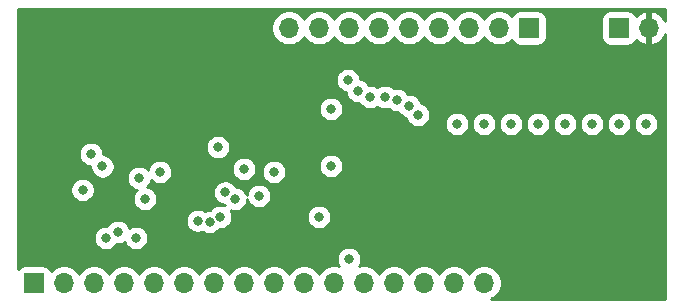
<source format=gbr>
%TF.GenerationSoftware,KiCad,Pcbnew,(5.1.10-1-10_14)*%
%TF.CreationDate,2021-12-18T11:23:09-05:00*%
%TF.ProjectId,Modules,4d6f6475-6c65-4732-9e6b-696361645f70,rev?*%
%TF.SameCoordinates,Original*%
%TF.FileFunction,Copper,L2,Inr*%
%TF.FilePolarity,Positive*%
%FSLAX46Y46*%
G04 Gerber Fmt 4.6, Leading zero omitted, Abs format (unit mm)*
G04 Created by KiCad (PCBNEW (5.1.10-1-10_14)) date 2021-12-18 11:23:09*
%MOMM*%
%LPD*%
G01*
G04 APERTURE LIST*
%TA.AperFunction,ComponentPad*%
%ADD10R,1.700000X1.700000*%
%TD*%
%TA.AperFunction,ComponentPad*%
%ADD11O,1.700000X1.700000*%
%TD*%
%TA.AperFunction,ViaPad*%
%ADD12C,0.800000*%
%TD*%
%TA.AperFunction,Conductor*%
%ADD13C,0.254000*%
%TD*%
%TA.AperFunction,Conductor*%
%ADD14C,0.100000*%
%TD*%
G04 APERTURE END LIST*
D10*
%TO.N,~OUTPUT*%
%TO.C,J3*%
X175514000Y-105156000D03*
D11*
%TO.N,Q0*%
X172974000Y-105156000D03*
%TO.N,Q1*%
X170434000Y-105156000D03*
%TO.N,Q2*%
X167894000Y-105156000D03*
%TO.N,Q3*%
X165354000Y-105156000D03*
%TO.N,Q4*%
X162814000Y-105156000D03*
%TO.N,Q5*%
X160274000Y-105156000D03*
%TO.N,Q6*%
X157734000Y-105156000D03*
%TO.N,Q7*%
X155194000Y-105156000D03*
%TD*%
%TO.N,GND*%
%TO.C,J2*%
X185674000Y-105156000D03*
D10*
%TO.N,VCC*%
X183134000Y-105156000D03*
%TD*%
D11*
%TO.N,A0*%
%TO.C,J1*%
X171704000Y-126746000D03*
%TO.N,A1*%
X169164000Y-126746000D03*
%TO.N,A2*%
X166624000Y-126746000D03*
%TO.N,A3*%
X164084000Y-126746000D03*
%TO.N,A4*%
X161544000Y-126746000D03*
%TO.N,A5*%
X159004000Y-126746000D03*
%TO.N,A6*%
X156464000Y-126746000D03*
%TO.N,A7*%
X153924000Y-126746000D03*
%TO.N,B0*%
X151384000Y-126746000D03*
%TO.N,B1*%
X148844000Y-126746000D03*
%TO.N,B2*%
X146304000Y-126746000D03*
%TO.N,B3*%
X143764000Y-126746000D03*
%TO.N,B4*%
X141224000Y-126746000D03*
%TO.N,B5*%
X138684000Y-126746000D03*
%TO.N,B6*%
X136144000Y-126746000D03*
D10*
%TO.N,B7*%
X133604000Y-126746000D03*
%TD*%
D12*
%TO.N,A0*%
X150622000Y-119634000D03*
X160274000Y-124714000D03*
%TO.N,A1*%
X152654000Y-119380000D03*
%TO.N,A2*%
X153924000Y-117348000D03*
%TO.N,A3*%
X151384000Y-117094000D03*
%TO.N,A5*%
X143002000Y-119634000D03*
X142240000Y-122936000D03*
%TO.N,A6*%
X138430000Y-115824000D03*
X140716000Y-122428000D03*
%TO.N,A7*%
X137729990Y-118872000D03*
X139700000Y-122936000D03*
%TO.N,B0*%
X149789940Y-119079294D03*
%TO.N,B1*%
X149369315Y-121149612D03*
%TO.N,B2*%
X148466180Y-121578999D03*
%TO.N,B3*%
X147471275Y-121478157D03*
%TO.N,B6*%
X144272000Y-117348000D03*
X142495411Y-117847506D03*
%TO.N,GND*%
X155956000Y-120142000D03*
X145377750Y-119792218D03*
X164846000Y-122174000D03*
X155194000Y-113030000D03*
X185420000Y-122428000D03*
X169418000Y-122428000D03*
%TO.N,VCC*%
X149166500Y-115247500D03*
X139398107Y-116881859D03*
X157734000Y-121158000D03*
X158750000Y-116840000D03*
%TO.N,Q7*%
X169418000Y-113284000D03*
%TO.N,Q6*%
X171704000Y-113284000D03*
X166116000Y-112522000D03*
%TO.N,Q5*%
X173990000Y-113284000D03*
X165354000Y-111760000D03*
%TO.N,Q4*%
X176276000Y-113284000D03*
X164338000Y-111252000D03*
%TO.N,Q3*%
X178562000Y-113284000D03*
X163322000Y-110998000D03*
%TO.N,Q2*%
X180848000Y-113284000D03*
X162052000Y-110998000D03*
%TO.N,Q1*%
X183134000Y-113284000D03*
X161036000Y-110490000D03*
%TO.N,Q0*%
X185420000Y-113284000D03*
X160185000Y-109563000D03*
%TO.N,~OUTPUT*%
X158750000Y-112014000D03*
%TD*%
D13*
%TO.N,GND*%
X187046000Y-104603240D02*
X187018157Y-104524748D01*
X186869178Y-104274645D01*
X186674269Y-104058412D01*
X186440920Y-103884359D01*
X186178099Y-103759175D01*
X186030890Y-103714524D01*
X185801000Y-103835845D01*
X185801000Y-105029000D01*
X185821000Y-105029000D01*
X185821000Y-105283000D01*
X185801000Y-105283000D01*
X185801000Y-106476155D01*
X186030890Y-106597476D01*
X186178099Y-106552825D01*
X186440920Y-106427641D01*
X186674269Y-106253588D01*
X186869178Y-106037355D01*
X187018157Y-105787252D01*
X187046001Y-105708759D01*
X187046001Y-106647572D01*
X187046000Y-106647582D01*
X187046001Y-128118000D01*
X172272190Y-128118000D01*
X172407411Y-128061990D01*
X172650632Y-127899475D01*
X172857475Y-127692632D01*
X173019990Y-127449411D01*
X173131932Y-127179158D01*
X173189000Y-126892260D01*
X173189000Y-126599740D01*
X173131932Y-126312842D01*
X173019990Y-126042589D01*
X172857475Y-125799368D01*
X172650632Y-125592525D01*
X172407411Y-125430010D01*
X172137158Y-125318068D01*
X171850260Y-125261000D01*
X171557740Y-125261000D01*
X171270842Y-125318068D01*
X171000589Y-125430010D01*
X170757368Y-125592525D01*
X170550525Y-125799368D01*
X170434000Y-125973760D01*
X170317475Y-125799368D01*
X170110632Y-125592525D01*
X169867411Y-125430010D01*
X169597158Y-125318068D01*
X169310260Y-125261000D01*
X169017740Y-125261000D01*
X168730842Y-125318068D01*
X168460589Y-125430010D01*
X168217368Y-125592525D01*
X168010525Y-125799368D01*
X167894000Y-125973760D01*
X167777475Y-125799368D01*
X167570632Y-125592525D01*
X167327411Y-125430010D01*
X167057158Y-125318068D01*
X166770260Y-125261000D01*
X166477740Y-125261000D01*
X166190842Y-125318068D01*
X165920589Y-125430010D01*
X165677368Y-125592525D01*
X165470525Y-125799368D01*
X165354000Y-125973760D01*
X165237475Y-125799368D01*
X165030632Y-125592525D01*
X164787411Y-125430010D01*
X164517158Y-125318068D01*
X164230260Y-125261000D01*
X163937740Y-125261000D01*
X163650842Y-125318068D01*
X163380589Y-125430010D01*
X163137368Y-125592525D01*
X162930525Y-125799368D01*
X162814000Y-125973760D01*
X162697475Y-125799368D01*
X162490632Y-125592525D01*
X162247411Y-125430010D01*
X161977158Y-125318068D01*
X161690260Y-125261000D01*
X161397740Y-125261000D01*
X161115820Y-125317078D01*
X161191205Y-125204256D01*
X161269226Y-125015898D01*
X161309000Y-124815939D01*
X161309000Y-124612061D01*
X161269226Y-124412102D01*
X161191205Y-124223744D01*
X161077937Y-124054226D01*
X160933774Y-123910063D01*
X160764256Y-123796795D01*
X160575898Y-123718774D01*
X160375939Y-123679000D01*
X160172061Y-123679000D01*
X159972102Y-123718774D01*
X159783744Y-123796795D01*
X159614226Y-123910063D01*
X159470063Y-124054226D01*
X159356795Y-124223744D01*
X159278774Y-124412102D01*
X159239000Y-124612061D01*
X159239000Y-124815939D01*
X159278774Y-125015898D01*
X159356795Y-125204256D01*
X159432180Y-125317078D01*
X159150260Y-125261000D01*
X158857740Y-125261000D01*
X158570842Y-125318068D01*
X158300589Y-125430010D01*
X158057368Y-125592525D01*
X157850525Y-125799368D01*
X157734000Y-125973760D01*
X157617475Y-125799368D01*
X157410632Y-125592525D01*
X157167411Y-125430010D01*
X156897158Y-125318068D01*
X156610260Y-125261000D01*
X156317740Y-125261000D01*
X156030842Y-125318068D01*
X155760589Y-125430010D01*
X155517368Y-125592525D01*
X155310525Y-125799368D01*
X155194000Y-125973760D01*
X155077475Y-125799368D01*
X154870632Y-125592525D01*
X154627411Y-125430010D01*
X154357158Y-125318068D01*
X154070260Y-125261000D01*
X153777740Y-125261000D01*
X153490842Y-125318068D01*
X153220589Y-125430010D01*
X152977368Y-125592525D01*
X152770525Y-125799368D01*
X152654000Y-125973760D01*
X152537475Y-125799368D01*
X152330632Y-125592525D01*
X152087411Y-125430010D01*
X151817158Y-125318068D01*
X151530260Y-125261000D01*
X151237740Y-125261000D01*
X150950842Y-125318068D01*
X150680589Y-125430010D01*
X150437368Y-125592525D01*
X150230525Y-125799368D01*
X150114000Y-125973760D01*
X149997475Y-125799368D01*
X149790632Y-125592525D01*
X149547411Y-125430010D01*
X149277158Y-125318068D01*
X148990260Y-125261000D01*
X148697740Y-125261000D01*
X148410842Y-125318068D01*
X148140589Y-125430010D01*
X147897368Y-125592525D01*
X147690525Y-125799368D01*
X147574000Y-125973760D01*
X147457475Y-125799368D01*
X147250632Y-125592525D01*
X147007411Y-125430010D01*
X146737158Y-125318068D01*
X146450260Y-125261000D01*
X146157740Y-125261000D01*
X145870842Y-125318068D01*
X145600589Y-125430010D01*
X145357368Y-125592525D01*
X145150525Y-125799368D01*
X145034000Y-125973760D01*
X144917475Y-125799368D01*
X144710632Y-125592525D01*
X144467411Y-125430010D01*
X144197158Y-125318068D01*
X143910260Y-125261000D01*
X143617740Y-125261000D01*
X143330842Y-125318068D01*
X143060589Y-125430010D01*
X142817368Y-125592525D01*
X142610525Y-125799368D01*
X142494000Y-125973760D01*
X142377475Y-125799368D01*
X142170632Y-125592525D01*
X141927411Y-125430010D01*
X141657158Y-125318068D01*
X141370260Y-125261000D01*
X141077740Y-125261000D01*
X140790842Y-125318068D01*
X140520589Y-125430010D01*
X140277368Y-125592525D01*
X140070525Y-125799368D01*
X139954000Y-125973760D01*
X139837475Y-125799368D01*
X139630632Y-125592525D01*
X139387411Y-125430010D01*
X139117158Y-125318068D01*
X138830260Y-125261000D01*
X138537740Y-125261000D01*
X138250842Y-125318068D01*
X137980589Y-125430010D01*
X137737368Y-125592525D01*
X137530525Y-125799368D01*
X137414000Y-125973760D01*
X137297475Y-125799368D01*
X137090632Y-125592525D01*
X136847411Y-125430010D01*
X136577158Y-125318068D01*
X136290260Y-125261000D01*
X135997740Y-125261000D01*
X135710842Y-125318068D01*
X135440589Y-125430010D01*
X135197368Y-125592525D01*
X135065513Y-125724380D01*
X135043502Y-125651820D01*
X134984537Y-125541506D01*
X134905185Y-125444815D01*
X134808494Y-125365463D01*
X134698180Y-125306498D01*
X134578482Y-125270188D01*
X134454000Y-125257928D01*
X132754000Y-125257928D01*
X132629518Y-125270188D01*
X132509820Y-125306498D01*
X132399506Y-125365463D01*
X132302815Y-125444815D01*
X132232000Y-125531104D01*
X132232000Y-122834061D01*
X138665000Y-122834061D01*
X138665000Y-123037939D01*
X138704774Y-123237898D01*
X138782795Y-123426256D01*
X138896063Y-123595774D01*
X139040226Y-123739937D01*
X139209744Y-123853205D01*
X139398102Y-123931226D01*
X139598061Y-123971000D01*
X139801939Y-123971000D01*
X140001898Y-123931226D01*
X140190256Y-123853205D01*
X140359774Y-123739937D01*
X140503937Y-123595774D01*
X140595165Y-123459241D01*
X140614061Y-123463000D01*
X140817939Y-123463000D01*
X141017898Y-123423226D01*
X141206256Y-123345205D01*
X141271237Y-123301786D01*
X141322795Y-123426256D01*
X141436063Y-123595774D01*
X141580226Y-123739937D01*
X141749744Y-123853205D01*
X141938102Y-123931226D01*
X142138061Y-123971000D01*
X142341939Y-123971000D01*
X142541898Y-123931226D01*
X142730256Y-123853205D01*
X142899774Y-123739937D01*
X143043937Y-123595774D01*
X143157205Y-123426256D01*
X143235226Y-123237898D01*
X143275000Y-123037939D01*
X143275000Y-122834061D01*
X143235226Y-122634102D01*
X143157205Y-122445744D01*
X143043937Y-122276226D01*
X142899774Y-122132063D01*
X142730256Y-122018795D01*
X142541898Y-121940774D01*
X142341939Y-121901000D01*
X142138061Y-121901000D01*
X141938102Y-121940774D01*
X141749744Y-122018795D01*
X141684763Y-122062214D01*
X141633205Y-121937744D01*
X141519937Y-121768226D01*
X141375774Y-121624063D01*
X141206256Y-121510795D01*
X141017898Y-121432774D01*
X140817939Y-121393000D01*
X140614061Y-121393000D01*
X140414102Y-121432774D01*
X140225744Y-121510795D01*
X140056226Y-121624063D01*
X139912063Y-121768226D01*
X139820835Y-121904759D01*
X139801939Y-121901000D01*
X139598061Y-121901000D01*
X139398102Y-121940774D01*
X139209744Y-122018795D01*
X139040226Y-122132063D01*
X138896063Y-122276226D01*
X138782795Y-122445744D01*
X138704774Y-122634102D01*
X138665000Y-122834061D01*
X132232000Y-122834061D01*
X132232000Y-121376218D01*
X146436275Y-121376218D01*
X146436275Y-121580096D01*
X146476049Y-121780055D01*
X146554070Y-121968413D01*
X146667338Y-122137931D01*
X146811501Y-122282094D01*
X146981019Y-122395362D01*
X147169377Y-122473383D01*
X147369336Y-122513157D01*
X147573214Y-122513157D01*
X147773173Y-122473383D01*
X147877250Y-122430272D01*
X147975924Y-122496204D01*
X148164282Y-122574225D01*
X148364241Y-122613999D01*
X148568119Y-122613999D01*
X148768078Y-122574225D01*
X148956436Y-122496204D01*
X149125954Y-122382936D01*
X149270117Y-122238773D01*
X149306306Y-122184612D01*
X149471254Y-122184612D01*
X149671213Y-122144838D01*
X149859571Y-122066817D01*
X150029089Y-121953549D01*
X150173252Y-121809386D01*
X150286520Y-121639868D01*
X150364541Y-121451510D01*
X150404315Y-121251551D01*
X150404315Y-121056061D01*
X156699000Y-121056061D01*
X156699000Y-121259939D01*
X156738774Y-121459898D01*
X156816795Y-121648256D01*
X156930063Y-121817774D01*
X157074226Y-121961937D01*
X157243744Y-122075205D01*
X157432102Y-122153226D01*
X157632061Y-122193000D01*
X157835939Y-122193000D01*
X158035898Y-122153226D01*
X158224256Y-122075205D01*
X158393774Y-121961937D01*
X158537937Y-121817774D01*
X158651205Y-121648256D01*
X158729226Y-121459898D01*
X158769000Y-121259939D01*
X158769000Y-121056061D01*
X158729226Y-120856102D01*
X158651205Y-120667744D01*
X158537937Y-120498226D01*
X158393774Y-120354063D01*
X158224256Y-120240795D01*
X158035898Y-120162774D01*
X157835939Y-120123000D01*
X157632061Y-120123000D01*
X157432102Y-120162774D01*
X157243744Y-120240795D01*
X157074226Y-120354063D01*
X156930063Y-120498226D01*
X156816795Y-120667744D01*
X156738774Y-120856102D01*
X156699000Y-121056061D01*
X150404315Y-121056061D01*
X150404315Y-121047673D01*
X150364541Y-120847714D01*
X150286520Y-120659356D01*
X150245832Y-120598462D01*
X150320102Y-120629226D01*
X150520061Y-120669000D01*
X150723939Y-120669000D01*
X150923898Y-120629226D01*
X151112256Y-120551205D01*
X151281774Y-120437937D01*
X151425937Y-120293774D01*
X151539205Y-120124256D01*
X151617226Y-119935898D01*
X151657000Y-119735939D01*
X151657000Y-119672979D01*
X151658774Y-119681898D01*
X151736795Y-119870256D01*
X151850063Y-120039774D01*
X151994226Y-120183937D01*
X152163744Y-120297205D01*
X152352102Y-120375226D01*
X152552061Y-120415000D01*
X152755939Y-120415000D01*
X152955898Y-120375226D01*
X153144256Y-120297205D01*
X153313774Y-120183937D01*
X153457937Y-120039774D01*
X153571205Y-119870256D01*
X153649226Y-119681898D01*
X153689000Y-119481939D01*
X153689000Y-119278061D01*
X153649226Y-119078102D01*
X153571205Y-118889744D01*
X153457937Y-118720226D01*
X153313774Y-118576063D01*
X153144256Y-118462795D01*
X152955898Y-118384774D01*
X152755939Y-118345000D01*
X152552061Y-118345000D01*
X152352102Y-118384774D01*
X152163744Y-118462795D01*
X151994226Y-118576063D01*
X151850063Y-118720226D01*
X151736795Y-118889744D01*
X151658774Y-119078102D01*
X151619000Y-119278061D01*
X151619000Y-119341021D01*
X151617226Y-119332102D01*
X151539205Y-119143744D01*
X151425937Y-118974226D01*
X151281774Y-118830063D01*
X151112256Y-118716795D01*
X150923898Y-118638774D01*
X150723939Y-118599000D01*
X150711271Y-118599000D01*
X150707145Y-118589038D01*
X150593877Y-118419520D01*
X150449714Y-118275357D01*
X150280196Y-118162089D01*
X150091838Y-118084068D01*
X149891879Y-118044294D01*
X149688001Y-118044294D01*
X149488042Y-118084068D01*
X149299684Y-118162089D01*
X149130166Y-118275357D01*
X148986003Y-118419520D01*
X148872735Y-118589038D01*
X148794714Y-118777396D01*
X148754940Y-118977355D01*
X148754940Y-119181233D01*
X148794714Y-119381192D01*
X148872735Y-119569550D01*
X148986003Y-119739068D01*
X149130166Y-119883231D01*
X149299684Y-119996499D01*
X149488042Y-120074520D01*
X149688001Y-120114294D01*
X149700669Y-120114294D01*
X149704795Y-120124256D01*
X149745483Y-120185150D01*
X149671213Y-120154386D01*
X149471254Y-120114612D01*
X149267376Y-120114612D01*
X149067417Y-120154386D01*
X148879059Y-120232407D01*
X148709541Y-120345675D01*
X148565378Y-120489838D01*
X148529189Y-120543999D01*
X148364241Y-120543999D01*
X148164282Y-120583773D01*
X148060205Y-120626884D01*
X147961531Y-120560952D01*
X147773173Y-120482931D01*
X147573214Y-120443157D01*
X147369336Y-120443157D01*
X147169377Y-120482931D01*
X146981019Y-120560952D01*
X146811501Y-120674220D01*
X146667338Y-120818383D01*
X146554070Y-120987901D01*
X146476049Y-121176259D01*
X146436275Y-121376218D01*
X132232000Y-121376218D01*
X132232000Y-118770061D01*
X136694990Y-118770061D01*
X136694990Y-118973939D01*
X136734764Y-119173898D01*
X136812785Y-119362256D01*
X136926053Y-119531774D01*
X137070216Y-119675937D01*
X137239734Y-119789205D01*
X137428092Y-119867226D01*
X137628051Y-119907000D01*
X137831929Y-119907000D01*
X138031888Y-119867226D01*
X138220246Y-119789205D01*
X138389764Y-119675937D01*
X138533927Y-119531774D01*
X138647195Y-119362256D01*
X138725216Y-119173898D01*
X138764990Y-118973939D01*
X138764990Y-118770061D01*
X138725216Y-118570102D01*
X138647195Y-118381744D01*
X138533927Y-118212226D01*
X138389764Y-118068063D01*
X138220246Y-117954795D01*
X138031888Y-117876774D01*
X137831929Y-117837000D01*
X137628051Y-117837000D01*
X137428092Y-117876774D01*
X137239734Y-117954795D01*
X137070216Y-118068063D01*
X136926053Y-118212226D01*
X136812785Y-118381744D01*
X136734764Y-118570102D01*
X136694990Y-118770061D01*
X132232000Y-118770061D01*
X132232000Y-115722061D01*
X137395000Y-115722061D01*
X137395000Y-115925939D01*
X137434774Y-116125898D01*
X137512795Y-116314256D01*
X137626063Y-116483774D01*
X137770226Y-116627937D01*
X137939744Y-116741205D01*
X138128102Y-116819226D01*
X138328061Y-116859000D01*
X138363107Y-116859000D01*
X138363107Y-116983798D01*
X138402881Y-117183757D01*
X138480902Y-117372115D01*
X138594170Y-117541633D01*
X138738333Y-117685796D01*
X138907851Y-117799064D01*
X139096209Y-117877085D01*
X139296168Y-117916859D01*
X139500046Y-117916859D01*
X139700005Y-117877085D01*
X139888363Y-117799064D01*
X139968427Y-117745567D01*
X141460411Y-117745567D01*
X141460411Y-117949445D01*
X141500185Y-118149404D01*
X141578206Y-118337762D01*
X141691474Y-118507280D01*
X141835637Y-118651443D01*
X142005155Y-118764711D01*
X142193513Y-118842732D01*
X142306986Y-118865303D01*
X142198063Y-118974226D01*
X142084795Y-119143744D01*
X142006774Y-119332102D01*
X141967000Y-119532061D01*
X141967000Y-119735939D01*
X142006774Y-119935898D01*
X142084795Y-120124256D01*
X142198063Y-120293774D01*
X142342226Y-120437937D01*
X142511744Y-120551205D01*
X142700102Y-120629226D01*
X142900061Y-120669000D01*
X143103939Y-120669000D01*
X143303898Y-120629226D01*
X143492256Y-120551205D01*
X143661774Y-120437937D01*
X143805937Y-120293774D01*
X143919205Y-120124256D01*
X143997226Y-119935898D01*
X144037000Y-119735939D01*
X144037000Y-119532061D01*
X143997226Y-119332102D01*
X143919205Y-119143744D01*
X143805937Y-118974226D01*
X143661774Y-118830063D01*
X143492256Y-118716795D01*
X143303898Y-118638774D01*
X143190425Y-118616203D01*
X143299348Y-118507280D01*
X143412616Y-118337762D01*
X143490637Y-118149404D01*
X143510390Y-118050101D01*
X143612226Y-118151937D01*
X143781744Y-118265205D01*
X143970102Y-118343226D01*
X144170061Y-118383000D01*
X144373939Y-118383000D01*
X144573898Y-118343226D01*
X144762256Y-118265205D01*
X144931774Y-118151937D01*
X145075937Y-118007774D01*
X145189205Y-117838256D01*
X145267226Y-117649898D01*
X145307000Y-117449939D01*
X145307000Y-117246061D01*
X145267226Y-117046102D01*
X145244842Y-116992061D01*
X150349000Y-116992061D01*
X150349000Y-117195939D01*
X150388774Y-117395898D01*
X150466795Y-117584256D01*
X150580063Y-117753774D01*
X150724226Y-117897937D01*
X150893744Y-118011205D01*
X151082102Y-118089226D01*
X151282061Y-118129000D01*
X151485939Y-118129000D01*
X151685898Y-118089226D01*
X151874256Y-118011205D01*
X152043774Y-117897937D01*
X152187937Y-117753774D01*
X152301205Y-117584256D01*
X152379226Y-117395898D01*
X152409030Y-117246061D01*
X152889000Y-117246061D01*
X152889000Y-117449939D01*
X152928774Y-117649898D01*
X153006795Y-117838256D01*
X153120063Y-118007774D01*
X153264226Y-118151937D01*
X153433744Y-118265205D01*
X153622102Y-118343226D01*
X153822061Y-118383000D01*
X154025939Y-118383000D01*
X154225898Y-118343226D01*
X154414256Y-118265205D01*
X154583774Y-118151937D01*
X154727937Y-118007774D01*
X154841205Y-117838256D01*
X154919226Y-117649898D01*
X154959000Y-117449939D01*
X154959000Y-117246061D01*
X154919226Y-117046102D01*
X154841205Y-116857744D01*
X154761236Y-116738061D01*
X157715000Y-116738061D01*
X157715000Y-116941939D01*
X157754774Y-117141898D01*
X157832795Y-117330256D01*
X157946063Y-117499774D01*
X158090226Y-117643937D01*
X158259744Y-117757205D01*
X158448102Y-117835226D01*
X158648061Y-117875000D01*
X158851939Y-117875000D01*
X159051898Y-117835226D01*
X159240256Y-117757205D01*
X159409774Y-117643937D01*
X159553937Y-117499774D01*
X159667205Y-117330256D01*
X159745226Y-117141898D01*
X159785000Y-116941939D01*
X159785000Y-116738061D01*
X159745226Y-116538102D01*
X159667205Y-116349744D01*
X159553937Y-116180226D01*
X159409774Y-116036063D01*
X159240256Y-115922795D01*
X159051898Y-115844774D01*
X158851939Y-115805000D01*
X158648061Y-115805000D01*
X158448102Y-115844774D01*
X158259744Y-115922795D01*
X158090226Y-116036063D01*
X157946063Y-116180226D01*
X157832795Y-116349744D01*
X157754774Y-116538102D01*
X157715000Y-116738061D01*
X154761236Y-116738061D01*
X154727937Y-116688226D01*
X154583774Y-116544063D01*
X154414256Y-116430795D01*
X154225898Y-116352774D01*
X154025939Y-116313000D01*
X153822061Y-116313000D01*
X153622102Y-116352774D01*
X153433744Y-116430795D01*
X153264226Y-116544063D01*
X153120063Y-116688226D01*
X153006795Y-116857744D01*
X152928774Y-117046102D01*
X152889000Y-117246061D01*
X152409030Y-117246061D01*
X152419000Y-117195939D01*
X152419000Y-116992061D01*
X152379226Y-116792102D01*
X152301205Y-116603744D01*
X152187937Y-116434226D01*
X152043774Y-116290063D01*
X151874256Y-116176795D01*
X151685898Y-116098774D01*
X151485939Y-116059000D01*
X151282061Y-116059000D01*
X151082102Y-116098774D01*
X150893744Y-116176795D01*
X150724226Y-116290063D01*
X150580063Y-116434226D01*
X150466795Y-116603744D01*
X150388774Y-116792102D01*
X150349000Y-116992061D01*
X145244842Y-116992061D01*
X145189205Y-116857744D01*
X145075937Y-116688226D01*
X144931774Y-116544063D01*
X144762256Y-116430795D01*
X144573898Y-116352774D01*
X144373939Y-116313000D01*
X144170061Y-116313000D01*
X143970102Y-116352774D01*
X143781744Y-116430795D01*
X143612226Y-116544063D01*
X143468063Y-116688226D01*
X143354795Y-116857744D01*
X143276774Y-117046102D01*
X143257021Y-117145405D01*
X143155185Y-117043569D01*
X142985667Y-116930301D01*
X142797309Y-116852280D01*
X142597350Y-116812506D01*
X142393472Y-116812506D01*
X142193513Y-116852280D01*
X142005155Y-116930301D01*
X141835637Y-117043569D01*
X141691474Y-117187732D01*
X141578206Y-117357250D01*
X141500185Y-117545608D01*
X141460411Y-117745567D01*
X139968427Y-117745567D01*
X140057881Y-117685796D01*
X140202044Y-117541633D01*
X140315312Y-117372115D01*
X140393333Y-117183757D01*
X140433107Y-116983798D01*
X140433107Y-116779920D01*
X140393333Y-116579961D01*
X140315312Y-116391603D01*
X140202044Y-116222085D01*
X140057881Y-116077922D01*
X139888363Y-115964654D01*
X139700005Y-115886633D01*
X139500046Y-115846859D01*
X139465000Y-115846859D01*
X139465000Y-115722061D01*
X139425226Y-115522102D01*
X139347205Y-115333744D01*
X139233937Y-115164226D01*
X139215272Y-115145561D01*
X148131500Y-115145561D01*
X148131500Y-115349439D01*
X148171274Y-115549398D01*
X148249295Y-115737756D01*
X148362563Y-115907274D01*
X148506726Y-116051437D01*
X148676244Y-116164705D01*
X148864602Y-116242726D01*
X149064561Y-116282500D01*
X149268439Y-116282500D01*
X149468398Y-116242726D01*
X149656756Y-116164705D01*
X149826274Y-116051437D01*
X149970437Y-115907274D01*
X150083705Y-115737756D01*
X150161726Y-115549398D01*
X150201500Y-115349439D01*
X150201500Y-115145561D01*
X150161726Y-114945602D01*
X150083705Y-114757244D01*
X149970437Y-114587726D01*
X149826274Y-114443563D01*
X149656756Y-114330295D01*
X149468398Y-114252274D01*
X149268439Y-114212500D01*
X149064561Y-114212500D01*
X148864602Y-114252274D01*
X148676244Y-114330295D01*
X148506726Y-114443563D01*
X148362563Y-114587726D01*
X148249295Y-114757244D01*
X148171274Y-114945602D01*
X148131500Y-115145561D01*
X139215272Y-115145561D01*
X139089774Y-115020063D01*
X138920256Y-114906795D01*
X138731898Y-114828774D01*
X138531939Y-114789000D01*
X138328061Y-114789000D01*
X138128102Y-114828774D01*
X137939744Y-114906795D01*
X137770226Y-115020063D01*
X137626063Y-115164226D01*
X137512795Y-115333744D01*
X137434774Y-115522102D01*
X137395000Y-115722061D01*
X132232000Y-115722061D01*
X132232000Y-111912061D01*
X157715000Y-111912061D01*
X157715000Y-112115939D01*
X157754774Y-112315898D01*
X157832795Y-112504256D01*
X157946063Y-112673774D01*
X158090226Y-112817937D01*
X158259744Y-112931205D01*
X158448102Y-113009226D01*
X158648061Y-113049000D01*
X158851939Y-113049000D01*
X159051898Y-113009226D01*
X159240256Y-112931205D01*
X159409774Y-112817937D01*
X159553937Y-112673774D01*
X159667205Y-112504256D01*
X159745226Y-112315898D01*
X159785000Y-112115939D01*
X159785000Y-111912061D01*
X159745226Y-111712102D01*
X159667205Y-111523744D01*
X159553937Y-111354226D01*
X159409774Y-111210063D01*
X159240256Y-111096795D01*
X159051898Y-111018774D01*
X158851939Y-110979000D01*
X158648061Y-110979000D01*
X158448102Y-111018774D01*
X158259744Y-111096795D01*
X158090226Y-111210063D01*
X157946063Y-111354226D01*
X157832795Y-111523744D01*
X157754774Y-111712102D01*
X157715000Y-111912061D01*
X132232000Y-111912061D01*
X132232000Y-109461061D01*
X159150000Y-109461061D01*
X159150000Y-109664939D01*
X159189774Y-109864898D01*
X159267795Y-110053256D01*
X159381063Y-110222774D01*
X159525226Y-110366937D01*
X159694744Y-110480205D01*
X159883102Y-110558226D01*
X160001000Y-110581677D01*
X160001000Y-110591939D01*
X160040774Y-110791898D01*
X160118795Y-110980256D01*
X160232063Y-111149774D01*
X160376226Y-111293937D01*
X160545744Y-111407205D01*
X160734102Y-111485226D01*
X160934061Y-111525000D01*
X161137939Y-111525000D01*
X161156835Y-111521241D01*
X161248063Y-111657774D01*
X161392226Y-111801937D01*
X161561744Y-111915205D01*
X161750102Y-111993226D01*
X161950061Y-112033000D01*
X162153939Y-112033000D01*
X162353898Y-111993226D01*
X162542256Y-111915205D01*
X162687000Y-111818490D01*
X162831744Y-111915205D01*
X163020102Y-111993226D01*
X163220061Y-112033000D01*
X163423939Y-112033000D01*
X163616906Y-111994617D01*
X163678226Y-112055937D01*
X163847744Y-112169205D01*
X164036102Y-112247226D01*
X164236061Y-112287000D01*
X164439939Y-112287000D01*
X164458835Y-112283241D01*
X164550063Y-112419774D01*
X164694226Y-112563937D01*
X164863744Y-112677205D01*
X165052102Y-112755226D01*
X165109381Y-112766619D01*
X165120774Y-112823898D01*
X165198795Y-113012256D01*
X165312063Y-113181774D01*
X165456226Y-113325937D01*
X165625744Y-113439205D01*
X165814102Y-113517226D01*
X166014061Y-113557000D01*
X166217939Y-113557000D01*
X166417898Y-113517226D01*
X166606256Y-113439205D01*
X166775774Y-113325937D01*
X166919650Y-113182061D01*
X168383000Y-113182061D01*
X168383000Y-113385939D01*
X168422774Y-113585898D01*
X168500795Y-113774256D01*
X168614063Y-113943774D01*
X168758226Y-114087937D01*
X168927744Y-114201205D01*
X169116102Y-114279226D01*
X169316061Y-114319000D01*
X169519939Y-114319000D01*
X169719898Y-114279226D01*
X169908256Y-114201205D01*
X170077774Y-114087937D01*
X170221937Y-113943774D01*
X170335205Y-113774256D01*
X170413226Y-113585898D01*
X170453000Y-113385939D01*
X170453000Y-113182061D01*
X170669000Y-113182061D01*
X170669000Y-113385939D01*
X170708774Y-113585898D01*
X170786795Y-113774256D01*
X170900063Y-113943774D01*
X171044226Y-114087937D01*
X171213744Y-114201205D01*
X171402102Y-114279226D01*
X171602061Y-114319000D01*
X171805939Y-114319000D01*
X172005898Y-114279226D01*
X172194256Y-114201205D01*
X172363774Y-114087937D01*
X172507937Y-113943774D01*
X172621205Y-113774256D01*
X172699226Y-113585898D01*
X172739000Y-113385939D01*
X172739000Y-113182061D01*
X172955000Y-113182061D01*
X172955000Y-113385939D01*
X172994774Y-113585898D01*
X173072795Y-113774256D01*
X173186063Y-113943774D01*
X173330226Y-114087937D01*
X173499744Y-114201205D01*
X173688102Y-114279226D01*
X173888061Y-114319000D01*
X174091939Y-114319000D01*
X174291898Y-114279226D01*
X174480256Y-114201205D01*
X174649774Y-114087937D01*
X174793937Y-113943774D01*
X174907205Y-113774256D01*
X174985226Y-113585898D01*
X175025000Y-113385939D01*
X175025000Y-113182061D01*
X175241000Y-113182061D01*
X175241000Y-113385939D01*
X175280774Y-113585898D01*
X175358795Y-113774256D01*
X175472063Y-113943774D01*
X175616226Y-114087937D01*
X175785744Y-114201205D01*
X175974102Y-114279226D01*
X176174061Y-114319000D01*
X176377939Y-114319000D01*
X176577898Y-114279226D01*
X176766256Y-114201205D01*
X176935774Y-114087937D01*
X177079937Y-113943774D01*
X177193205Y-113774256D01*
X177271226Y-113585898D01*
X177311000Y-113385939D01*
X177311000Y-113182061D01*
X177527000Y-113182061D01*
X177527000Y-113385939D01*
X177566774Y-113585898D01*
X177644795Y-113774256D01*
X177758063Y-113943774D01*
X177902226Y-114087937D01*
X178071744Y-114201205D01*
X178260102Y-114279226D01*
X178460061Y-114319000D01*
X178663939Y-114319000D01*
X178863898Y-114279226D01*
X179052256Y-114201205D01*
X179221774Y-114087937D01*
X179365937Y-113943774D01*
X179479205Y-113774256D01*
X179557226Y-113585898D01*
X179597000Y-113385939D01*
X179597000Y-113182061D01*
X179813000Y-113182061D01*
X179813000Y-113385939D01*
X179852774Y-113585898D01*
X179930795Y-113774256D01*
X180044063Y-113943774D01*
X180188226Y-114087937D01*
X180357744Y-114201205D01*
X180546102Y-114279226D01*
X180746061Y-114319000D01*
X180949939Y-114319000D01*
X181149898Y-114279226D01*
X181338256Y-114201205D01*
X181507774Y-114087937D01*
X181651937Y-113943774D01*
X181765205Y-113774256D01*
X181843226Y-113585898D01*
X181883000Y-113385939D01*
X181883000Y-113182061D01*
X182099000Y-113182061D01*
X182099000Y-113385939D01*
X182138774Y-113585898D01*
X182216795Y-113774256D01*
X182330063Y-113943774D01*
X182474226Y-114087937D01*
X182643744Y-114201205D01*
X182832102Y-114279226D01*
X183032061Y-114319000D01*
X183235939Y-114319000D01*
X183435898Y-114279226D01*
X183624256Y-114201205D01*
X183793774Y-114087937D01*
X183937937Y-113943774D01*
X184051205Y-113774256D01*
X184129226Y-113585898D01*
X184169000Y-113385939D01*
X184169000Y-113182061D01*
X184385000Y-113182061D01*
X184385000Y-113385939D01*
X184424774Y-113585898D01*
X184502795Y-113774256D01*
X184616063Y-113943774D01*
X184760226Y-114087937D01*
X184929744Y-114201205D01*
X185118102Y-114279226D01*
X185318061Y-114319000D01*
X185521939Y-114319000D01*
X185721898Y-114279226D01*
X185910256Y-114201205D01*
X186079774Y-114087937D01*
X186223937Y-113943774D01*
X186337205Y-113774256D01*
X186415226Y-113585898D01*
X186455000Y-113385939D01*
X186455000Y-113182061D01*
X186415226Y-112982102D01*
X186337205Y-112793744D01*
X186223937Y-112624226D01*
X186079774Y-112480063D01*
X185910256Y-112366795D01*
X185721898Y-112288774D01*
X185521939Y-112249000D01*
X185318061Y-112249000D01*
X185118102Y-112288774D01*
X184929744Y-112366795D01*
X184760226Y-112480063D01*
X184616063Y-112624226D01*
X184502795Y-112793744D01*
X184424774Y-112982102D01*
X184385000Y-113182061D01*
X184169000Y-113182061D01*
X184129226Y-112982102D01*
X184051205Y-112793744D01*
X183937937Y-112624226D01*
X183793774Y-112480063D01*
X183624256Y-112366795D01*
X183435898Y-112288774D01*
X183235939Y-112249000D01*
X183032061Y-112249000D01*
X182832102Y-112288774D01*
X182643744Y-112366795D01*
X182474226Y-112480063D01*
X182330063Y-112624226D01*
X182216795Y-112793744D01*
X182138774Y-112982102D01*
X182099000Y-113182061D01*
X181883000Y-113182061D01*
X181843226Y-112982102D01*
X181765205Y-112793744D01*
X181651937Y-112624226D01*
X181507774Y-112480063D01*
X181338256Y-112366795D01*
X181149898Y-112288774D01*
X180949939Y-112249000D01*
X180746061Y-112249000D01*
X180546102Y-112288774D01*
X180357744Y-112366795D01*
X180188226Y-112480063D01*
X180044063Y-112624226D01*
X179930795Y-112793744D01*
X179852774Y-112982102D01*
X179813000Y-113182061D01*
X179597000Y-113182061D01*
X179557226Y-112982102D01*
X179479205Y-112793744D01*
X179365937Y-112624226D01*
X179221774Y-112480063D01*
X179052256Y-112366795D01*
X178863898Y-112288774D01*
X178663939Y-112249000D01*
X178460061Y-112249000D01*
X178260102Y-112288774D01*
X178071744Y-112366795D01*
X177902226Y-112480063D01*
X177758063Y-112624226D01*
X177644795Y-112793744D01*
X177566774Y-112982102D01*
X177527000Y-113182061D01*
X177311000Y-113182061D01*
X177271226Y-112982102D01*
X177193205Y-112793744D01*
X177079937Y-112624226D01*
X176935774Y-112480063D01*
X176766256Y-112366795D01*
X176577898Y-112288774D01*
X176377939Y-112249000D01*
X176174061Y-112249000D01*
X175974102Y-112288774D01*
X175785744Y-112366795D01*
X175616226Y-112480063D01*
X175472063Y-112624226D01*
X175358795Y-112793744D01*
X175280774Y-112982102D01*
X175241000Y-113182061D01*
X175025000Y-113182061D01*
X174985226Y-112982102D01*
X174907205Y-112793744D01*
X174793937Y-112624226D01*
X174649774Y-112480063D01*
X174480256Y-112366795D01*
X174291898Y-112288774D01*
X174091939Y-112249000D01*
X173888061Y-112249000D01*
X173688102Y-112288774D01*
X173499744Y-112366795D01*
X173330226Y-112480063D01*
X173186063Y-112624226D01*
X173072795Y-112793744D01*
X172994774Y-112982102D01*
X172955000Y-113182061D01*
X172739000Y-113182061D01*
X172699226Y-112982102D01*
X172621205Y-112793744D01*
X172507937Y-112624226D01*
X172363774Y-112480063D01*
X172194256Y-112366795D01*
X172005898Y-112288774D01*
X171805939Y-112249000D01*
X171602061Y-112249000D01*
X171402102Y-112288774D01*
X171213744Y-112366795D01*
X171044226Y-112480063D01*
X170900063Y-112624226D01*
X170786795Y-112793744D01*
X170708774Y-112982102D01*
X170669000Y-113182061D01*
X170453000Y-113182061D01*
X170413226Y-112982102D01*
X170335205Y-112793744D01*
X170221937Y-112624226D01*
X170077774Y-112480063D01*
X169908256Y-112366795D01*
X169719898Y-112288774D01*
X169519939Y-112249000D01*
X169316061Y-112249000D01*
X169116102Y-112288774D01*
X168927744Y-112366795D01*
X168758226Y-112480063D01*
X168614063Y-112624226D01*
X168500795Y-112793744D01*
X168422774Y-112982102D01*
X168383000Y-113182061D01*
X166919650Y-113182061D01*
X166919937Y-113181774D01*
X167033205Y-113012256D01*
X167111226Y-112823898D01*
X167151000Y-112623939D01*
X167151000Y-112420061D01*
X167111226Y-112220102D01*
X167033205Y-112031744D01*
X166919937Y-111862226D01*
X166775774Y-111718063D01*
X166606256Y-111604795D01*
X166417898Y-111526774D01*
X166360619Y-111515381D01*
X166349226Y-111458102D01*
X166271205Y-111269744D01*
X166157937Y-111100226D01*
X166013774Y-110956063D01*
X165844256Y-110842795D01*
X165655898Y-110764774D01*
X165455939Y-110725000D01*
X165252061Y-110725000D01*
X165233165Y-110728759D01*
X165141937Y-110592226D01*
X164997774Y-110448063D01*
X164828256Y-110334795D01*
X164639898Y-110256774D01*
X164439939Y-110217000D01*
X164236061Y-110217000D01*
X164043094Y-110255383D01*
X163981774Y-110194063D01*
X163812256Y-110080795D01*
X163623898Y-110002774D01*
X163423939Y-109963000D01*
X163220061Y-109963000D01*
X163020102Y-110002774D01*
X162831744Y-110080795D01*
X162687000Y-110177510D01*
X162542256Y-110080795D01*
X162353898Y-110002774D01*
X162153939Y-109963000D01*
X161950061Y-109963000D01*
X161931165Y-109966759D01*
X161839937Y-109830226D01*
X161695774Y-109686063D01*
X161526256Y-109572795D01*
X161337898Y-109494774D01*
X161220000Y-109471323D01*
X161220000Y-109461061D01*
X161180226Y-109261102D01*
X161102205Y-109072744D01*
X160988937Y-108903226D01*
X160844774Y-108759063D01*
X160675256Y-108645795D01*
X160486898Y-108567774D01*
X160286939Y-108528000D01*
X160083061Y-108528000D01*
X159883102Y-108567774D01*
X159694744Y-108645795D01*
X159525226Y-108759063D01*
X159381063Y-108903226D01*
X159267795Y-109072744D01*
X159189774Y-109261102D01*
X159150000Y-109461061D01*
X132232000Y-109461061D01*
X132232000Y-105009740D01*
X153709000Y-105009740D01*
X153709000Y-105302260D01*
X153766068Y-105589158D01*
X153878010Y-105859411D01*
X154040525Y-106102632D01*
X154247368Y-106309475D01*
X154490589Y-106471990D01*
X154760842Y-106583932D01*
X155047740Y-106641000D01*
X155340260Y-106641000D01*
X155627158Y-106583932D01*
X155897411Y-106471990D01*
X156140632Y-106309475D01*
X156347475Y-106102632D01*
X156464000Y-105928240D01*
X156580525Y-106102632D01*
X156787368Y-106309475D01*
X157030589Y-106471990D01*
X157300842Y-106583932D01*
X157587740Y-106641000D01*
X157880260Y-106641000D01*
X158167158Y-106583932D01*
X158437411Y-106471990D01*
X158680632Y-106309475D01*
X158887475Y-106102632D01*
X159004000Y-105928240D01*
X159120525Y-106102632D01*
X159327368Y-106309475D01*
X159570589Y-106471990D01*
X159840842Y-106583932D01*
X160127740Y-106641000D01*
X160420260Y-106641000D01*
X160707158Y-106583932D01*
X160977411Y-106471990D01*
X161220632Y-106309475D01*
X161427475Y-106102632D01*
X161544000Y-105928240D01*
X161660525Y-106102632D01*
X161867368Y-106309475D01*
X162110589Y-106471990D01*
X162380842Y-106583932D01*
X162667740Y-106641000D01*
X162960260Y-106641000D01*
X163247158Y-106583932D01*
X163517411Y-106471990D01*
X163760632Y-106309475D01*
X163967475Y-106102632D01*
X164084000Y-105928240D01*
X164200525Y-106102632D01*
X164407368Y-106309475D01*
X164650589Y-106471990D01*
X164920842Y-106583932D01*
X165207740Y-106641000D01*
X165500260Y-106641000D01*
X165787158Y-106583932D01*
X166057411Y-106471990D01*
X166300632Y-106309475D01*
X166507475Y-106102632D01*
X166624000Y-105928240D01*
X166740525Y-106102632D01*
X166947368Y-106309475D01*
X167190589Y-106471990D01*
X167460842Y-106583932D01*
X167747740Y-106641000D01*
X168040260Y-106641000D01*
X168327158Y-106583932D01*
X168597411Y-106471990D01*
X168840632Y-106309475D01*
X169047475Y-106102632D01*
X169164000Y-105928240D01*
X169280525Y-106102632D01*
X169487368Y-106309475D01*
X169730589Y-106471990D01*
X170000842Y-106583932D01*
X170287740Y-106641000D01*
X170580260Y-106641000D01*
X170867158Y-106583932D01*
X171137411Y-106471990D01*
X171380632Y-106309475D01*
X171587475Y-106102632D01*
X171704000Y-105928240D01*
X171820525Y-106102632D01*
X172027368Y-106309475D01*
X172270589Y-106471990D01*
X172540842Y-106583932D01*
X172827740Y-106641000D01*
X173120260Y-106641000D01*
X173407158Y-106583932D01*
X173677411Y-106471990D01*
X173920632Y-106309475D01*
X174052487Y-106177620D01*
X174074498Y-106250180D01*
X174133463Y-106360494D01*
X174212815Y-106457185D01*
X174309506Y-106536537D01*
X174419820Y-106595502D01*
X174539518Y-106631812D01*
X174664000Y-106644072D01*
X176364000Y-106644072D01*
X176488482Y-106631812D01*
X176608180Y-106595502D01*
X176718494Y-106536537D01*
X176815185Y-106457185D01*
X176894537Y-106360494D01*
X176953502Y-106250180D01*
X176989812Y-106130482D01*
X177002072Y-106006000D01*
X177002072Y-104306000D01*
X181645928Y-104306000D01*
X181645928Y-106006000D01*
X181658188Y-106130482D01*
X181694498Y-106250180D01*
X181753463Y-106360494D01*
X181832815Y-106457185D01*
X181929506Y-106536537D01*
X182039820Y-106595502D01*
X182159518Y-106631812D01*
X182284000Y-106644072D01*
X183984000Y-106644072D01*
X184108482Y-106631812D01*
X184228180Y-106595502D01*
X184338494Y-106536537D01*
X184435185Y-106457185D01*
X184514537Y-106360494D01*
X184573502Y-106250180D01*
X184597966Y-106169534D01*
X184673731Y-106253588D01*
X184907080Y-106427641D01*
X185169901Y-106552825D01*
X185317110Y-106597476D01*
X185547000Y-106476155D01*
X185547000Y-105283000D01*
X185527000Y-105283000D01*
X185527000Y-105029000D01*
X185547000Y-105029000D01*
X185547000Y-103835845D01*
X185317110Y-103714524D01*
X185169901Y-103759175D01*
X184907080Y-103884359D01*
X184673731Y-104058412D01*
X184597966Y-104142466D01*
X184573502Y-104061820D01*
X184514537Y-103951506D01*
X184435185Y-103854815D01*
X184338494Y-103775463D01*
X184228180Y-103716498D01*
X184108482Y-103680188D01*
X183984000Y-103667928D01*
X182284000Y-103667928D01*
X182159518Y-103680188D01*
X182039820Y-103716498D01*
X181929506Y-103775463D01*
X181832815Y-103854815D01*
X181753463Y-103951506D01*
X181694498Y-104061820D01*
X181658188Y-104181518D01*
X181645928Y-104306000D01*
X177002072Y-104306000D01*
X176989812Y-104181518D01*
X176953502Y-104061820D01*
X176894537Y-103951506D01*
X176815185Y-103854815D01*
X176718494Y-103775463D01*
X176608180Y-103716498D01*
X176488482Y-103680188D01*
X176364000Y-103667928D01*
X174664000Y-103667928D01*
X174539518Y-103680188D01*
X174419820Y-103716498D01*
X174309506Y-103775463D01*
X174212815Y-103854815D01*
X174133463Y-103951506D01*
X174074498Y-104061820D01*
X174052487Y-104134380D01*
X173920632Y-104002525D01*
X173677411Y-103840010D01*
X173407158Y-103728068D01*
X173120260Y-103671000D01*
X172827740Y-103671000D01*
X172540842Y-103728068D01*
X172270589Y-103840010D01*
X172027368Y-104002525D01*
X171820525Y-104209368D01*
X171704000Y-104383760D01*
X171587475Y-104209368D01*
X171380632Y-104002525D01*
X171137411Y-103840010D01*
X170867158Y-103728068D01*
X170580260Y-103671000D01*
X170287740Y-103671000D01*
X170000842Y-103728068D01*
X169730589Y-103840010D01*
X169487368Y-104002525D01*
X169280525Y-104209368D01*
X169164000Y-104383760D01*
X169047475Y-104209368D01*
X168840632Y-104002525D01*
X168597411Y-103840010D01*
X168327158Y-103728068D01*
X168040260Y-103671000D01*
X167747740Y-103671000D01*
X167460842Y-103728068D01*
X167190589Y-103840010D01*
X166947368Y-104002525D01*
X166740525Y-104209368D01*
X166624000Y-104383760D01*
X166507475Y-104209368D01*
X166300632Y-104002525D01*
X166057411Y-103840010D01*
X165787158Y-103728068D01*
X165500260Y-103671000D01*
X165207740Y-103671000D01*
X164920842Y-103728068D01*
X164650589Y-103840010D01*
X164407368Y-104002525D01*
X164200525Y-104209368D01*
X164084000Y-104383760D01*
X163967475Y-104209368D01*
X163760632Y-104002525D01*
X163517411Y-103840010D01*
X163247158Y-103728068D01*
X162960260Y-103671000D01*
X162667740Y-103671000D01*
X162380842Y-103728068D01*
X162110589Y-103840010D01*
X161867368Y-104002525D01*
X161660525Y-104209368D01*
X161544000Y-104383760D01*
X161427475Y-104209368D01*
X161220632Y-104002525D01*
X160977411Y-103840010D01*
X160707158Y-103728068D01*
X160420260Y-103671000D01*
X160127740Y-103671000D01*
X159840842Y-103728068D01*
X159570589Y-103840010D01*
X159327368Y-104002525D01*
X159120525Y-104209368D01*
X159004000Y-104383760D01*
X158887475Y-104209368D01*
X158680632Y-104002525D01*
X158437411Y-103840010D01*
X158167158Y-103728068D01*
X157880260Y-103671000D01*
X157587740Y-103671000D01*
X157300842Y-103728068D01*
X157030589Y-103840010D01*
X156787368Y-104002525D01*
X156580525Y-104209368D01*
X156464000Y-104383760D01*
X156347475Y-104209368D01*
X156140632Y-104002525D01*
X155897411Y-103840010D01*
X155627158Y-103728068D01*
X155340260Y-103671000D01*
X155047740Y-103671000D01*
X154760842Y-103728068D01*
X154490589Y-103840010D01*
X154247368Y-104002525D01*
X154040525Y-104209368D01*
X153878010Y-104452589D01*
X153766068Y-104722842D01*
X153709000Y-105009740D01*
X132232000Y-105009740D01*
X132232000Y-103530000D01*
X187046000Y-103530000D01*
X187046000Y-104603240D01*
%TA.AperFunction,Conductor*%
D14*
G36*
X187046000Y-104603240D02*
G01*
X187018157Y-104524748D01*
X186869178Y-104274645D01*
X186674269Y-104058412D01*
X186440920Y-103884359D01*
X186178099Y-103759175D01*
X186030890Y-103714524D01*
X185801000Y-103835845D01*
X185801000Y-105029000D01*
X185821000Y-105029000D01*
X185821000Y-105283000D01*
X185801000Y-105283000D01*
X185801000Y-106476155D01*
X186030890Y-106597476D01*
X186178099Y-106552825D01*
X186440920Y-106427641D01*
X186674269Y-106253588D01*
X186869178Y-106037355D01*
X187018157Y-105787252D01*
X187046001Y-105708759D01*
X187046001Y-106647572D01*
X187046000Y-106647582D01*
X187046001Y-128118000D01*
X172272190Y-128118000D01*
X172407411Y-128061990D01*
X172650632Y-127899475D01*
X172857475Y-127692632D01*
X173019990Y-127449411D01*
X173131932Y-127179158D01*
X173189000Y-126892260D01*
X173189000Y-126599740D01*
X173131932Y-126312842D01*
X173019990Y-126042589D01*
X172857475Y-125799368D01*
X172650632Y-125592525D01*
X172407411Y-125430010D01*
X172137158Y-125318068D01*
X171850260Y-125261000D01*
X171557740Y-125261000D01*
X171270842Y-125318068D01*
X171000589Y-125430010D01*
X170757368Y-125592525D01*
X170550525Y-125799368D01*
X170434000Y-125973760D01*
X170317475Y-125799368D01*
X170110632Y-125592525D01*
X169867411Y-125430010D01*
X169597158Y-125318068D01*
X169310260Y-125261000D01*
X169017740Y-125261000D01*
X168730842Y-125318068D01*
X168460589Y-125430010D01*
X168217368Y-125592525D01*
X168010525Y-125799368D01*
X167894000Y-125973760D01*
X167777475Y-125799368D01*
X167570632Y-125592525D01*
X167327411Y-125430010D01*
X167057158Y-125318068D01*
X166770260Y-125261000D01*
X166477740Y-125261000D01*
X166190842Y-125318068D01*
X165920589Y-125430010D01*
X165677368Y-125592525D01*
X165470525Y-125799368D01*
X165354000Y-125973760D01*
X165237475Y-125799368D01*
X165030632Y-125592525D01*
X164787411Y-125430010D01*
X164517158Y-125318068D01*
X164230260Y-125261000D01*
X163937740Y-125261000D01*
X163650842Y-125318068D01*
X163380589Y-125430010D01*
X163137368Y-125592525D01*
X162930525Y-125799368D01*
X162814000Y-125973760D01*
X162697475Y-125799368D01*
X162490632Y-125592525D01*
X162247411Y-125430010D01*
X161977158Y-125318068D01*
X161690260Y-125261000D01*
X161397740Y-125261000D01*
X161115820Y-125317078D01*
X161191205Y-125204256D01*
X161269226Y-125015898D01*
X161309000Y-124815939D01*
X161309000Y-124612061D01*
X161269226Y-124412102D01*
X161191205Y-124223744D01*
X161077937Y-124054226D01*
X160933774Y-123910063D01*
X160764256Y-123796795D01*
X160575898Y-123718774D01*
X160375939Y-123679000D01*
X160172061Y-123679000D01*
X159972102Y-123718774D01*
X159783744Y-123796795D01*
X159614226Y-123910063D01*
X159470063Y-124054226D01*
X159356795Y-124223744D01*
X159278774Y-124412102D01*
X159239000Y-124612061D01*
X159239000Y-124815939D01*
X159278774Y-125015898D01*
X159356795Y-125204256D01*
X159432180Y-125317078D01*
X159150260Y-125261000D01*
X158857740Y-125261000D01*
X158570842Y-125318068D01*
X158300589Y-125430010D01*
X158057368Y-125592525D01*
X157850525Y-125799368D01*
X157734000Y-125973760D01*
X157617475Y-125799368D01*
X157410632Y-125592525D01*
X157167411Y-125430010D01*
X156897158Y-125318068D01*
X156610260Y-125261000D01*
X156317740Y-125261000D01*
X156030842Y-125318068D01*
X155760589Y-125430010D01*
X155517368Y-125592525D01*
X155310525Y-125799368D01*
X155194000Y-125973760D01*
X155077475Y-125799368D01*
X154870632Y-125592525D01*
X154627411Y-125430010D01*
X154357158Y-125318068D01*
X154070260Y-125261000D01*
X153777740Y-125261000D01*
X153490842Y-125318068D01*
X153220589Y-125430010D01*
X152977368Y-125592525D01*
X152770525Y-125799368D01*
X152654000Y-125973760D01*
X152537475Y-125799368D01*
X152330632Y-125592525D01*
X152087411Y-125430010D01*
X151817158Y-125318068D01*
X151530260Y-125261000D01*
X151237740Y-125261000D01*
X150950842Y-125318068D01*
X150680589Y-125430010D01*
X150437368Y-125592525D01*
X150230525Y-125799368D01*
X150114000Y-125973760D01*
X149997475Y-125799368D01*
X149790632Y-125592525D01*
X149547411Y-125430010D01*
X149277158Y-125318068D01*
X148990260Y-125261000D01*
X148697740Y-125261000D01*
X148410842Y-125318068D01*
X148140589Y-125430010D01*
X147897368Y-125592525D01*
X147690525Y-125799368D01*
X147574000Y-125973760D01*
X147457475Y-125799368D01*
X147250632Y-125592525D01*
X147007411Y-125430010D01*
X146737158Y-125318068D01*
X146450260Y-125261000D01*
X146157740Y-125261000D01*
X145870842Y-125318068D01*
X145600589Y-125430010D01*
X145357368Y-125592525D01*
X145150525Y-125799368D01*
X145034000Y-125973760D01*
X144917475Y-125799368D01*
X144710632Y-125592525D01*
X144467411Y-125430010D01*
X144197158Y-125318068D01*
X143910260Y-125261000D01*
X143617740Y-125261000D01*
X143330842Y-125318068D01*
X143060589Y-125430010D01*
X142817368Y-125592525D01*
X142610525Y-125799368D01*
X142494000Y-125973760D01*
X142377475Y-125799368D01*
X142170632Y-125592525D01*
X141927411Y-125430010D01*
X141657158Y-125318068D01*
X141370260Y-125261000D01*
X141077740Y-125261000D01*
X140790842Y-125318068D01*
X140520589Y-125430010D01*
X140277368Y-125592525D01*
X140070525Y-125799368D01*
X139954000Y-125973760D01*
X139837475Y-125799368D01*
X139630632Y-125592525D01*
X139387411Y-125430010D01*
X139117158Y-125318068D01*
X138830260Y-125261000D01*
X138537740Y-125261000D01*
X138250842Y-125318068D01*
X137980589Y-125430010D01*
X137737368Y-125592525D01*
X137530525Y-125799368D01*
X137414000Y-125973760D01*
X137297475Y-125799368D01*
X137090632Y-125592525D01*
X136847411Y-125430010D01*
X136577158Y-125318068D01*
X136290260Y-125261000D01*
X135997740Y-125261000D01*
X135710842Y-125318068D01*
X135440589Y-125430010D01*
X135197368Y-125592525D01*
X135065513Y-125724380D01*
X135043502Y-125651820D01*
X134984537Y-125541506D01*
X134905185Y-125444815D01*
X134808494Y-125365463D01*
X134698180Y-125306498D01*
X134578482Y-125270188D01*
X134454000Y-125257928D01*
X132754000Y-125257928D01*
X132629518Y-125270188D01*
X132509820Y-125306498D01*
X132399506Y-125365463D01*
X132302815Y-125444815D01*
X132232000Y-125531104D01*
X132232000Y-122834061D01*
X138665000Y-122834061D01*
X138665000Y-123037939D01*
X138704774Y-123237898D01*
X138782795Y-123426256D01*
X138896063Y-123595774D01*
X139040226Y-123739937D01*
X139209744Y-123853205D01*
X139398102Y-123931226D01*
X139598061Y-123971000D01*
X139801939Y-123971000D01*
X140001898Y-123931226D01*
X140190256Y-123853205D01*
X140359774Y-123739937D01*
X140503937Y-123595774D01*
X140595165Y-123459241D01*
X140614061Y-123463000D01*
X140817939Y-123463000D01*
X141017898Y-123423226D01*
X141206256Y-123345205D01*
X141271237Y-123301786D01*
X141322795Y-123426256D01*
X141436063Y-123595774D01*
X141580226Y-123739937D01*
X141749744Y-123853205D01*
X141938102Y-123931226D01*
X142138061Y-123971000D01*
X142341939Y-123971000D01*
X142541898Y-123931226D01*
X142730256Y-123853205D01*
X142899774Y-123739937D01*
X143043937Y-123595774D01*
X143157205Y-123426256D01*
X143235226Y-123237898D01*
X143275000Y-123037939D01*
X143275000Y-122834061D01*
X143235226Y-122634102D01*
X143157205Y-122445744D01*
X143043937Y-122276226D01*
X142899774Y-122132063D01*
X142730256Y-122018795D01*
X142541898Y-121940774D01*
X142341939Y-121901000D01*
X142138061Y-121901000D01*
X141938102Y-121940774D01*
X141749744Y-122018795D01*
X141684763Y-122062214D01*
X141633205Y-121937744D01*
X141519937Y-121768226D01*
X141375774Y-121624063D01*
X141206256Y-121510795D01*
X141017898Y-121432774D01*
X140817939Y-121393000D01*
X140614061Y-121393000D01*
X140414102Y-121432774D01*
X140225744Y-121510795D01*
X140056226Y-121624063D01*
X139912063Y-121768226D01*
X139820835Y-121904759D01*
X139801939Y-121901000D01*
X139598061Y-121901000D01*
X139398102Y-121940774D01*
X139209744Y-122018795D01*
X139040226Y-122132063D01*
X138896063Y-122276226D01*
X138782795Y-122445744D01*
X138704774Y-122634102D01*
X138665000Y-122834061D01*
X132232000Y-122834061D01*
X132232000Y-121376218D01*
X146436275Y-121376218D01*
X146436275Y-121580096D01*
X146476049Y-121780055D01*
X146554070Y-121968413D01*
X146667338Y-122137931D01*
X146811501Y-122282094D01*
X146981019Y-122395362D01*
X147169377Y-122473383D01*
X147369336Y-122513157D01*
X147573214Y-122513157D01*
X147773173Y-122473383D01*
X147877250Y-122430272D01*
X147975924Y-122496204D01*
X148164282Y-122574225D01*
X148364241Y-122613999D01*
X148568119Y-122613999D01*
X148768078Y-122574225D01*
X148956436Y-122496204D01*
X149125954Y-122382936D01*
X149270117Y-122238773D01*
X149306306Y-122184612D01*
X149471254Y-122184612D01*
X149671213Y-122144838D01*
X149859571Y-122066817D01*
X150029089Y-121953549D01*
X150173252Y-121809386D01*
X150286520Y-121639868D01*
X150364541Y-121451510D01*
X150404315Y-121251551D01*
X150404315Y-121056061D01*
X156699000Y-121056061D01*
X156699000Y-121259939D01*
X156738774Y-121459898D01*
X156816795Y-121648256D01*
X156930063Y-121817774D01*
X157074226Y-121961937D01*
X157243744Y-122075205D01*
X157432102Y-122153226D01*
X157632061Y-122193000D01*
X157835939Y-122193000D01*
X158035898Y-122153226D01*
X158224256Y-122075205D01*
X158393774Y-121961937D01*
X158537937Y-121817774D01*
X158651205Y-121648256D01*
X158729226Y-121459898D01*
X158769000Y-121259939D01*
X158769000Y-121056061D01*
X158729226Y-120856102D01*
X158651205Y-120667744D01*
X158537937Y-120498226D01*
X158393774Y-120354063D01*
X158224256Y-120240795D01*
X158035898Y-120162774D01*
X157835939Y-120123000D01*
X157632061Y-120123000D01*
X157432102Y-120162774D01*
X157243744Y-120240795D01*
X157074226Y-120354063D01*
X156930063Y-120498226D01*
X156816795Y-120667744D01*
X156738774Y-120856102D01*
X156699000Y-121056061D01*
X150404315Y-121056061D01*
X150404315Y-121047673D01*
X150364541Y-120847714D01*
X150286520Y-120659356D01*
X150245832Y-120598462D01*
X150320102Y-120629226D01*
X150520061Y-120669000D01*
X150723939Y-120669000D01*
X150923898Y-120629226D01*
X151112256Y-120551205D01*
X151281774Y-120437937D01*
X151425937Y-120293774D01*
X151539205Y-120124256D01*
X151617226Y-119935898D01*
X151657000Y-119735939D01*
X151657000Y-119672979D01*
X151658774Y-119681898D01*
X151736795Y-119870256D01*
X151850063Y-120039774D01*
X151994226Y-120183937D01*
X152163744Y-120297205D01*
X152352102Y-120375226D01*
X152552061Y-120415000D01*
X152755939Y-120415000D01*
X152955898Y-120375226D01*
X153144256Y-120297205D01*
X153313774Y-120183937D01*
X153457937Y-120039774D01*
X153571205Y-119870256D01*
X153649226Y-119681898D01*
X153689000Y-119481939D01*
X153689000Y-119278061D01*
X153649226Y-119078102D01*
X153571205Y-118889744D01*
X153457937Y-118720226D01*
X153313774Y-118576063D01*
X153144256Y-118462795D01*
X152955898Y-118384774D01*
X152755939Y-118345000D01*
X152552061Y-118345000D01*
X152352102Y-118384774D01*
X152163744Y-118462795D01*
X151994226Y-118576063D01*
X151850063Y-118720226D01*
X151736795Y-118889744D01*
X151658774Y-119078102D01*
X151619000Y-119278061D01*
X151619000Y-119341021D01*
X151617226Y-119332102D01*
X151539205Y-119143744D01*
X151425937Y-118974226D01*
X151281774Y-118830063D01*
X151112256Y-118716795D01*
X150923898Y-118638774D01*
X150723939Y-118599000D01*
X150711271Y-118599000D01*
X150707145Y-118589038D01*
X150593877Y-118419520D01*
X150449714Y-118275357D01*
X150280196Y-118162089D01*
X150091838Y-118084068D01*
X149891879Y-118044294D01*
X149688001Y-118044294D01*
X149488042Y-118084068D01*
X149299684Y-118162089D01*
X149130166Y-118275357D01*
X148986003Y-118419520D01*
X148872735Y-118589038D01*
X148794714Y-118777396D01*
X148754940Y-118977355D01*
X148754940Y-119181233D01*
X148794714Y-119381192D01*
X148872735Y-119569550D01*
X148986003Y-119739068D01*
X149130166Y-119883231D01*
X149299684Y-119996499D01*
X149488042Y-120074520D01*
X149688001Y-120114294D01*
X149700669Y-120114294D01*
X149704795Y-120124256D01*
X149745483Y-120185150D01*
X149671213Y-120154386D01*
X149471254Y-120114612D01*
X149267376Y-120114612D01*
X149067417Y-120154386D01*
X148879059Y-120232407D01*
X148709541Y-120345675D01*
X148565378Y-120489838D01*
X148529189Y-120543999D01*
X148364241Y-120543999D01*
X148164282Y-120583773D01*
X148060205Y-120626884D01*
X147961531Y-120560952D01*
X147773173Y-120482931D01*
X147573214Y-120443157D01*
X147369336Y-120443157D01*
X147169377Y-120482931D01*
X146981019Y-120560952D01*
X146811501Y-120674220D01*
X146667338Y-120818383D01*
X146554070Y-120987901D01*
X146476049Y-121176259D01*
X146436275Y-121376218D01*
X132232000Y-121376218D01*
X132232000Y-118770061D01*
X136694990Y-118770061D01*
X136694990Y-118973939D01*
X136734764Y-119173898D01*
X136812785Y-119362256D01*
X136926053Y-119531774D01*
X137070216Y-119675937D01*
X137239734Y-119789205D01*
X137428092Y-119867226D01*
X137628051Y-119907000D01*
X137831929Y-119907000D01*
X138031888Y-119867226D01*
X138220246Y-119789205D01*
X138389764Y-119675937D01*
X138533927Y-119531774D01*
X138647195Y-119362256D01*
X138725216Y-119173898D01*
X138764990Y-118973939D01*
X138764990Y-118770061D01*
X138725216Y-118570102D01*
X138647195Y-118381744D01*
X138533927Y-118212226D01*
X138389764Y-118068063D01*
X138220246Y-117954795D01*
X138031888Y-117876774D01*
X137831929Y-117837000D01*
X137628051Y-117837000D01*
X137428092Y-117876774D01*
X137239734Y-117954795D01*
X137070216Y-118068063D01*
X136926053Y-118212226D01*
X136812785Y-118381744D01*
X136734764Y-118570102D01*
X136694990Y-118770061D01*
X132232000Y-118770061D01*
X132232000Y-115722061D01*
X137395000Y-115722061D01*
X137395000Y-115925939D01*
X137434774Y-116125898D01*
X137512795Y-116314256D01*
X137626063Y-116483774D01*
X137770226Y-116627937D01*
X137939744Y-116741205D01*
X138128102Y-116819226D01*
X138328061Y-116859000D01*
X138363107Y-116859000D01*
X138363107Y-116983798D01*
X138402881Y-117183757D01*
X138480902Y-117372115D01*
X138594170Y-117541633D01*
X138738333Y-117685796D01*
X138907851Y-117799064D01*
X139096209Y-117877085D01*
X139296168Y-117916859D01*
X139500046Y-117916859D01*
X139700005Y-117877085D01*
X139888363Y-117799064D01*
X139968427Y-117745567D01*
X141460411Y-117745567D01*
X141460411Y-117949445D01*
X141500185Y-118149404D01*
X141578206Y-118337762D01*
X141691474Y-118507280D01*
X141835637Y-118651443D01*
X142005155Y-118764711D01*
X142193513Y-118842732D01*
X142306986Y-118865303D01*
X142198063Y-118974226D01*
X142084795Y-119143744D01*
X142006774Y-119332102D01*
X141967000Y-119532061D01*
X141967000Y-119735939D01*
X142006774Y-119935898D01*
X142084795Y-120124256D01*
X142198063Y-120293774D01*
X142342226Y-120437937D01*
X142511744Y-120551205D01*
X142700102Y-120629226D01*
X142900061Y-120669000D01*
X143103939Y-120669000D01*
X143303898Y-120629226D01*
X143492256Y-120551205D01*
X143661774Y-120437937D01*
X143805937Y-120293774D01*
X143919205Y-120124256D01*
X143997226Y-119935898D01*
X144037000Y-119735939D01*
X144037000Y-119532061D01*
X143997226Y-119332102D01*
X143919205Y-119143744D01*
X143805937Y-118974226D01*
X143661774Y-118830063D01*
X143492256Y-118716795D01*
X143303898Y-118638774D01*
X143190425Y-118616203D01*
X143299348Y-118507280D01*
X143412616Y-118337762D01*
X143490637Y-118149404D01*
X143510390Y-118050101D01*
X143612226Y-118151937D01*
X143781744Y-118265205D01*
X143970102Y-118343226D01*
X144170061Y-118383000D01*
X144373939Y-118383000D01*
X144573898Y-118343226D01*
X144762256Y-118265205D01*
X144931774Y-118151937D01*
X145075937Y-118007774D01*
X145189205Y-117838256D01*
X145267226Y-117649898D01*
X145307000Y-117449939D01*
X145307000Y-117246061D01*
X145267226Y-117046102D01*
X145244842Y-116992061D01*
X150349000Y-116992061D01*
X150349000Y-117195939D01*
X150388774Y-117395898D01*
X150466795Y-117584256D01*
X150580063Y-117753774D01*
X150724226Y-117897937D01*
X150893744Y-118011205D01*
X151082102Y-118089226D01*
X151282061Y-118129000D01*
X151485939Y-118129000D01*
X151685898Y-118089226D01*
X151874256Y-118011205D01*
X152043774Y-117897937D01*
X152187937Y-117753774D01*
X152301205Y-117584256D01*
X152379226Y-117395898D01*
X152409030Y-117246061D01*
X152889000Y-117246061D01*
X152889000Y-117449939D01*
X152928774Y-117649898D01*
X153006795Y-117838256D01*
X153120063Y-118007774D01*
X153264226Y-118151937D01*
X153433744Y-118265205D01*
X153622102Y-118343226D01*
X153822061Y-118383000D01*
X154025939Y-118383000D01*
X154225898Y-118343226D01*
X154414256Y-118265205D01*
X154583774Y-118151937D01*
X154727937Y-118007774D01*
X154841205Y-117838256D01*
X154919226Y-117649898D01*
X154959000Y-117449939D01*
X154959000Y-117246061D01*
X154919226Y-117046102D01*
X154841205Y-116857744D01*
X154761236Y-116738061D01*
X157715000Y-116738061D01*
X157715000Y-116941939D01*
X157754774Y-117141898D01*
X157832795Y-117330256D01*
X157946063Y-117499774D01*
X158090226Y-117643937D01*
X158259744Y-117757205D01*
X158448102Y-117835226D01*
X158648061Y-117875000D01*
X158851939Y-117875000D01*
X159051898Y-117835226D01*
X159240256Y-117757205D01*
X159409774Y-117643937D01*
X159553937Y-117499774D01*
X159667205Y-117330256D01*
X159745226Y-117141898D01*
X159785000Y-116941939D01*
X159785000Y-116738061D01*
X159745226Y-116538102D01*
X159667205Y-116349744D01*
X159553937Y-116180226D01*
X159409774Y-116036063D01*
X159240256Y-115922795D01*
X159051898Y-115844774D01*
X158851939Y-115805000D01*
X158648061Y-115805000D01*
X158448102Y-115844774D01*
X158259744Y-115922795D01*
X158090226Y-116036063D01*
X157946063Y-116180226D01*
X157832795Y-116349744D01*
X157754774Y-116538102D01*
X157715000Y-116738061D01*
X154761236Y-116738061D01*
X154727937Y-116688226D01*
X154583774Y-116544063D01*
X154414256Y-116430795D01*
X154225898Y-116352774D01*
X154025939Y-116313000D01*
X153822061Y-116313000D01*
X153622102Y-116352774D01*
X153433744Y-116430795D01*
X153264226Y-116544063D01*
X153120063Y-116688226D01*
X153006795Y-116857744D01*
X152928774Y-117046102D01*
X152889000Y-117246061D01*
X152409030Y-117246061D01*
X152419000Y-117195939D01*
X152419000Y-116992061D01*
X152379226Y-116792102D01*
X152301205Y-116603744D01*
X152187937Y-116434226D01*
X152043774Y-116290063D01*
X151874256Y-116176795D01*
X151685898Y-116098774D01*
X151485939Y-116059000D01*
X151282061Y-116059000D01*
X151082102Y-116098774D01*
X150893744Y-116176795D01*
X150724226Y-116290063D01*
X150580063Y-116434226D01*
X150466795Y-116603744D01*
X150388774Y-116792102D01*
X150349000Y-116992061D01*
X145244842Y-116992061D01*
X145189205Y-116857744D01*
X145075937Y-116688226D01*
X144931774Y-116544063D01*
X144762256Y-116430795D01*
X144573898Y-116352774D01*
X144373939Y-116313000D01*
X144170061Y-116313000D01*
X143970102Y-116352774D01*
X143781744Y-116430795D01*
X143612226Y-116544063D01*
X143468063Y-116688226D01*
X143354795Y-116857744D01*
X143276774Y-117046102D01*
X143257021Y-117145405D01*
X143155185Y-117043569D01*
X142985667Y-116930301D01*
X142797309Y-116852280D01*
X142597350Y-116812506D01*
X142393472Y-116812506D01*
X142193513Y-116852280D01*
X142005155Y-116930301D01*
X141835637Y-117043569D01*
X141691474Y-117187732D01*
X141578206Y-117357250D01*
X141500185Y-117545608D01*
X141460411Y-117745567D01*
X139968427Y-117745567D01*
X140057881Y-117685796D01*
X140202044Y-117541633D01*
X140315312Y-117372115D01*
X140393333Y-117183757D01*
X140433107Y-116983798D01*
X140433107Y-116779920D01*
X140393333Y-116579961D01*
X140315312Y-116391603D01*
X140202044Y-116222085D01*
X140057881Y-116077922D01*
X139888363Y-115964654D01*
X139700005Y-115886633D01*
X139500046Y-115846859D01*
X139465000Y-115846859D01*
X139465000Y-115722061D01*
X139425226Y-115522102D01*
X139347205Y-115333744D01*
X139233937Y-115164226D01*
X139215272Y-115145561D01*
X148131500Y-115145561D01*
X148131500Y-115349439D01*
X148171274Y-115549398D01*
X148249295Y-115737756D01*
X148362563Y-115907274D01*
X148506726Y-116051437D01*
X148676244Y-116164705D01*
X148864602Y-116242726D01*
X149064561Y-116282500D01*
X149268439Y-116282500D01*
X149468398Y-116242726D01*
X149656756Y-116164705D01*
X149826274Y-116051437D01*
X149970437Y-115907274D01*
X150083705Y-115737756D01*
X150161726Y-115549398D01*
X150201500Y-115349439D01*
X150201500Y-115145561D01*
X150161726Y-114945602D01*
X150083705Y-114757244D01*
X149970437Y-114587726D01*
X149826274Y-114443563D01*
X149656756Y-114330295D01*
X149468398Y-114252274D01*
X149268439Y-114212500D01*
X149064561Y-114212500D01*
X148864602Y-114252274D01*
X148676244Y-114330295D01*
X148506726Y-114443563D01*
X148362563Y-114587726D01*
X148249295Y-114757244D01*
X148171274Y-114945602D01*
X148131500Y-115145561D01*
X139215272Y-115145561D01*
X139089774Y-115020063D01*
X138920256Y-114906795D01*
X138731898Y-114828774D01*
X138531939Y-114789000D01*
X138328061Y-114789000D01*
X138128102Y-114828774D01*
X137939744Y-114906795D01*
X137770226Y-115020063D01*
X137626063Y-115164226D01*
X137512795Y-115333744D01*
X137434774Y-115522102D01*
X137395000Y-115722061D01*
X132232000Y-115722061D01*
X132232000Y-111912061D01*
X157715000Y-111912061D01*
X157715000Y-112115939D01*
X157754774Y-112315898D01*
X157832795Y-112504256D01*
X157946063Y-112673774D01*
X158090226Y-112817937D01*
X158259744Y-112931205D01*
X158448102Y-113009226D01*
X158648061Y-113049000D01*
X158851939Y-113049000D01*
X159051898Y-113009226D01*
X159240256Y-112931205D01*
X159409774Y-112817937D01*
X159553937Y-112673774D01*
X159667205Y-112504256D01*
X159745226Y-112315898D01*
X159785000Y-112115939D01*
X159785000Y-111912061D01*
X159745226Y-111712102D01*
X159667205Y-111523744D01*
X159553937Y-111354226D01*
X159409774Y-111210063D01*
X159240256Y-111096795D01*
X159051898Y-111018774D01*
X158851939Y-110979000D01*
X158648061Y-110979000D01*
X158448102Y-111018774D01*
X158259744Y-111096795D01*
X158090226Y-111210063D01*
X157946063Y-111354226D01*
X157832795Y-111523744D01*
X157754774Y-111712102D01*
X157715000Y-111912061D01*
X132232000Y-111912061D01*
X132232000Y-109461061D01*
X159150000Y-109461061D01*
X159150000Y-109664939D01*
X159189774Y-109864898D01*
X159267795Y-110053256D01*
X159381063Y-110222774D01*
X159525226Y-110366937D01*
X159694744Y-110480205D01*
X159883102Y-110558226D01*
X160001000Y-110581677D01*
X160001000Y-110591939D01*
X160040774Y-110791898D01*
X160118795Y-110980256D01*
X160232063Y-111149774D01*
X160376226Y-111293937D01*
X160545744Y-111407205D01*
X160734102Y-111485226D01*
X160934061Y-111525000D01*
X161137939Y-111525000D01*
X161156835Y-111521241D01*
X161248063Y-111657774D01*
X161392226Y-111801937D01*
X161561744Y-111915205D01*
X161750102Y-111993226D01*
X161950061Y-112033000D01*
X162153939Y-112033000D01*
X162353898Y-111993226D01*
X162542256Y-111915205D01*
X162687000Y-111818490D01*
X162831744Y-111915205D01*
X163020102Y-111993226D01*
X163220061Y-112033000D01*
X163423939Y-112033000D01*
X163616906Y-111994617D01*
X163678226Y-112055937D01*
X163847744Y-112169205D01*
X164036102Y-112247226D01*
X164236061Y-112287000D01*
X164439939Y-112287000D01*
X164458835Y-112283241D01*
X164550063Y-112419774D01*
X164694226Y-112563937D01*
X164863744Y-112677205D01*
X165052102Y-112755226D01*
X165109381Y-112766619D01*
X165120774Y-112823898D01*
X165198795Y-113012256D01*
X165312063Y-113181774D01*
X165456226Y-113325937D01*
X165625744Y-113439205D01*
X165814102Y-113517226D01*
X166014061Y-113557000D01*
X166217939Y-113557000D01*
X166417898Y-113517226D01*
X166606256Y-113439205D01*
X166775774Y-113325937D01*
X166919650Y-113182061D01*
X168383000Y-113182061D01*
X168383000Y-113385939D01*
X168422774Y-113585898D01*
X168500795Y-113774256D01*
X168614063Y-113943774D01*
X168758226Y-114087937D01*
X168927744Y-114201205D01*
X169116102Y-114279226D01*
X169316061Y-114319000D01*
X169519939Y-114319000D01*
X169719898Y-114279226D01*
X169908256Y-114201205D01*
X170077774Y-114087937D01*
X170221937Y-113943774D01*
X170335205Y-113774256D01*
X170413226Y-113585898D01*
X170453000Y-113385939D01*
X170453000Y-113182061D01*
X170669000Y-113182061D01*
X170669000Y-113385939D01*
X170708774Y-113585898D01*
X170786795Y-113774256D01*
X170900063Y-113943774D01*
X171044226Y-114087937D01*
X171213744Y-114201205D01*
X171402102Y-114279226D01*
X171602061Y-114319000D01*
X171805939Y-114319000D01*
X172005898Y-114279226D01*
X172194256Y-114201205D01*
X172363774Y-114087937D01*
X172507937Y-113943774D01*
X172621205Y-113774256D01*
X172699226Y-113585898D01*
X172739000Y-113385939D01*
X172739000Y-113182061D01*
X172955000Y-113182061D01*
X172955000Y-113385939D01*
X172994774Y-113585898D01*
X173072795Y-113774256D01*
X173186063Y-113943774D01*
X173330226Y-114087937D01*
X173499744Y-114201205D01*
X173688102Y-114279226D01*
X173888061Y-114319000D01*
X174091939Y-114319000D01*
X174291898Y-114279226D01*
X174480256Y-114201205D01*
X174649774Y-114087937D01*
X174793937Y-113943774D01*
X174907205Y-113774256D01*
X174985226Y-113585898D01*
X175025000Y-113385939D01*
X175025000Y-113182061D01*
X175241000Y-113182061D01*
X175241000Y-113385939D01*
X175280774Y-113585898D01*
X175358795Y-113774256D01*
X175472063Y-113943774D01*
X175616226Y-114087937D01*
X175785744Y-114201205D01*
X175974102Y-114279226D01*
X176174061Y-114319000D01*
X176377939Y-114319000D01*
X176577898Y-114279226D01*
X176766256Y-114201205D01*
X176935774Y-114087937D01*
X177079937Y-113943774D01*
X177193205Y-113774256D01*
X177271226Y-113585898D01*
X177311000Y-113385939D01*
X177311000Y-113182061D01*
X177527000Y-113182061D01*
X177527000Y-113385939D01*
X177566774Y-113585898D01*
X177644795Y-113774256D01*
X177758063Y-113943774D01*
X177902226Y-114087937D01*
X178071744Y-114201205D01*
X178260102Y-114279226D01*
X178460061Y-114319000D01*
X178663939Y-114319000D01*
X178863898Y-114279226D01*
X179052256Y-114201205D01*
X179221774Y-114087937D01*
X179365937Y-113943774D01*
X179479205Y-113774256D01*
X179557226Y-113585898D01*
X179597000Y-113385939D01*
X179597000Y-113182061D01*
X179813000Y-113182061D01*
X179813000Y-113385939D01*
X179852774Y-113585898D01*
X179930795Y-113774256D01*
X180044063Y-113943774D01*
X180188226Y-114087937D01*
X180357744Y-114201205D01*
X180546102Y-114279226D01*
X180746061Y-114319000D01*
X180949939Y-114319000D01*
X181149898Y-114279226D01*
X181338256Y-114201205D01*
X181507774Y-114087937D01*
X181651937Y-113943774D01*
X181765205Y-113774256D01*
X181843226Y-113585898D01*
X181883000Y-113385939D01*
X181883000Y-113182061D01*
X182099000Y-113182061D01*
X182099000Y-113385939D01*
X182138774Y-113585898D01*
X182216795Y-113774256D01*
X182330063Y-113943774D01*
X182474226Y-114087937D01*
X182643744Y-114201205D01*
X182832102Y-114279226D01*
X183032061Y-114319000D01*
X183235939Y-114319000D01*
X183435898Y-114279226D01*
X183624256Y-114201205D01*
X183793774Y-114087937D01*
X183937937Y-113943774D01*
X184051205Y-113774256D01*
X184129226Y-113585898D01*
X184169000Y-113385939D01*
X184169000Y-113182061D01*
X184385000Y-113182061D01*
X184385000Y-113385939D01*
X184424774Y-113585898D01*
X184502795Y-113774256D01*
X184616063Y-113943774D01*
X184760226Y-114087937D01*
X184929744Y-114201205D01*
X185118102Y-114279226D01*
X185318061Y-114319000D01*
X185521939Y-114319000D01*
X185721898Y-114279226D01*
X185910256Y-114201205D01*
X186079774Y-114087937D01*
X186223937Y-113943774D01*
X186337205Y-113774256D01*
X186415226Y-113585898D01*
X186455000Y-113385939D01*
X186455000Y-113182061D01*
X186415226Y-112982102D01*
X186337205Y-112793744D01*
X186223937Y-112624226D01*
X186079774Y-112480063D01*
X185910256Y-112366795D01*
X185721898Y-112288774D01*
X185521939Y-112249000D01*
X185318061Y-112249000D01*
X185118102Y-112288774D01*
X184929744Y-112366795D01*
X184760226Y-112480063D01*
X184616063Y-112624226D01*
X184502795Y-112793744D01*
X184424774Y-112982102D01*
X184385000Y-113182061D01*
X184169000Y-113182061D01*
X184129226Y-112982102D01*
X184051205Y-112793744D01*
X183937937Y-112624226D01*
X183793774Y-112480063D01*
X183624256Y-112366795D01*
X183435898Y-112288774D01*
X183235939Y-112249000D01*
X183032061Y-112249000D01*
X182832102Y-112288774D01*
X182643744Y-112366795D01*
X182474226Y-112480063D01*
X182330063Y-112624226D01*
X182216795Y-112793744D01*
X182138774Y-112982102D01*
X182099000Y-113182061D01*
X181883000Y-113182061D01*
X181843226Y-112982102D01*
X181765205Y-112793744D01*
X181651937Y-112624226D01*
X181507774Y-112480063D01*
X181338256Y-112366795D01*
X181149898Y-112288774D01*
X180949939Y-112249000D01*
X180746061Y-112249000D01*
X180546102Y-112288774D01*
X180357744Y-112366795D01*
X180188226Y-112480063D01*
X180044063Y-112624226D01*
X179930795Y-112793744D01*
X179852774Y-112982102D01*
X179813000Y-113182061D01*
X179597000Y-113182061D01*
X179557226Y-112982102D01*
X179479205Y-112793744D01*
X179365937Y-112624226D01*
X179221774Y-112480063D01*
X179052256Y-112366795D01*
X178863898Y-112288774D01*
X178663939Y-112249000D01*
X178460061Y-112249000D01*
X178260102Y-112288774D01*
X178071744Y-112366795D01*
X177902226Y-112480063D01*
X177758063Y-112624226D01*
X177644795Y-112793744D01*
X177566774Y-112982102D01*
X177527000Y-113182061D01*
X177311000Y-113182061D01*
X177271226Y-112982102D01*
X177193205Y-112793744D01*
X177079937Y-112624226D01*
X176935774Y-112480063D01*
X176766256Y-112366795D01*
X176577898Y-112288774D01*
X176377939Y-112249000D01*
X176174061Y-112249000D01*
X175974102Y-112288774D01*
X175785744Y-112366795D01*
X175616226Y-112480063D01*
X175472063Y-112624226D01*
X175358795Y-112793744D01*
X175280774Y-112982102D01*
X175241000Y-113182061D01*
X175025000Y-113182061D01*
X174985226Y-112982102D01*
X174907205Y-112793744D01*
X174793937Y-112624226D01*
X174649774Y-112480063D01*
X174480256Y-112366795D01*
X174291898Y-112288774D01*
X174091939Y-112249000D01*
X173888061Y-112249000D01*
X173688102Y-112288774D01*
X173499744Y-112366795D01*
X173330226Y-112480063D01*
X173186063Y-112624226D01*
X173072795Y-112793744D01*
X172994774Y-112982102D01*
X172955000Y-113182061D01*
X172739000Y-113182061D01*
X172699226Y-112982102D01*
X172621205Y-112793744D01*
X172507937Y-112624226D01*
X172363774Y-112480063D01*
X172194256Y-112366795D01*
X172005898Y-112288774D01*
X171805939Y-112249000D01*
X171602061Y-112249000D01*
X171402102Y-112288774D01*
X171213744Y-112366795D01*
X171044226Y-112480063D01*
X170900063Y-112624226D01*
X170786795Y-112793744D01*
X170708774Y-112982102D01*
X170669000Y-113182061D01*
X170453000Y-113182061D01*
X170413226Y-112982102D01*
X170335205Y-112793744D01*
X170221937Y-112624226D01*
X170077774Y-112480063D01*
X169908256Y-112366795D01*
X169719898Y-112288774D01*
X169519939Y-112249000D01*
X169316061Y-112249000D01*
X169116102Y-112288774D01*
X168927744Y-112366795D01*
X168758226Y-112480063D01*
X168614063Y-112624226D01*
X168500795Y-112793744D01*
X168422774Y-112982102D01*
X168383000Y-113182061D01*
X166919650Y-113182061D01*
X166919937Y-113181774D01*
X167033205Y-113012256D01*
X167111226Y-112823898D01*
X167151000Y-112623939D01*
X167151000Y-112420061D01*
X167111226Y-112220102D01*
X167033205Y-112031744D01*
X166919937Y-111862226D01*
X166775774Y-111718063D01*
X166606256Y-111604795D01*
X166417898Y-111526774D01*
X166360619Y-111515381D01*
X166349226Y-111458102D01*
X166271205Y-111269744D01*
X166157937Y-111100226D01*
X166013774Y-110956063D01*
X165844256Y-110842795D01*
X165655898Y-110764774D01*
X165455939Y-110725000D01*
X165252061Y-110725000D01*
X165233165Y-110728759D01*
X165141937Y-110592226D01*
X164997774Y-110448063D01*
X164828256Y-110334795D01*
X164639898Y-110256774D01*
X164439939Y-110217000D01*
X164236061Y-110217000D01*
X164043094Y-110255383D01*
X163981774Y-110194063D01*
X163812256Y-110080795D01*
X163623898Y-110002774D01*
X163423939Y-109963000D01*
X163220061Y-109963000D01*
X163020102Y-110002774D01*
X162831744Y-110080795D01*
X162687000Y-110177510D01*
X162542256Y-110080795D01*
X162353898Y-110002774D01*
X162153939Y-109963000D01*
X161950061Y-109963000D01*
X161931165Y-109966759D01*
X161839937Y-109830226D01*
X161695774Y-109686063D01*
X161526256Y-109572795D01*
X161337898Y-109494774D01*
X161220000Y-109471323D01*
X161220000Y-109461061D01*
X161180226Y-109261102D01*
X161102205Y-109072744D01*
X160988937Y-108903226D01*
X160844774Y-108759063D01*
X160675256Y-108645795D01*
X160486898Y-108567774D01*
X160286939Y-108528000D01*
X160083061Y-108528000D01*
X159883102Y-108567774D01*
X159694744Y-108645795D01*
X159525226Y-108759063D01*
X159381063Y-108903226D01*
X159267795Y-109072744D01*
X159189774Y-109261102D01*
X159150000Y-109461061D01*
X132232000Y-109461061D01*
X132232000Y-105009740D01*
X153709000Y-105009740D01*
X153709000Y-105302260D01*
X153766068Y-105589158D01*
X153878010Y-105859411D01*
X154040525Y-106102632D01*
X154247368Y-106309475D01*
X154490589Y-106471990D01*
X154760842Y-106583932D01*
X155047740Y-106641000D01*
X155340260Y-106641000D01*
X155627158Y-106583932D01*
X155897411Y-106471990D01*
X156140632Y-106309475D01*
X156347475Y-106102632D01*
X156464000Y-105928240D01*
X156580525Y-106102632D01*
X156787368Y-106309475D01*
X157030589Y-106471990D01*
X157300842Y-106583932D01*
X157587740Y-106641000D01*
X157880260Y-106641000D01*
X158167158Y-106583932D01*
X158437411Y-106471990D01*
X158680632Y-106309475D01*
X158887475Y-106102632D01*
X159004000Y-105928240D01*
X159120525Y-106102632D01*
X159327368Y-106309475D01*
X159570589Y-106471990D01*
X159840842Y-106583932D01*
X160127740Y-106641000D01*
X160420260Y-106641000D01*
X160707158Y-106583932D01*
X160977411Y-106471990D01*
X161220632Y-106309475D01*
X161427475Y-106102632D01*
X161544000Y-105928240D01*
X161660525Y-106102632D01*
X161867368Y-106309475D01*
X162110589Y-106471990D01*
X162380842Y-106583932D01*
X162667740Y-106641000D01*
X162960260Y-106641000D01*
X163247158Y-106583932D01*
X163517411Y-106471990D01*
X163760632Y-106309475D01*
X163967475Y-106102632D01*
X164084000Y-105928240D01*
X164200525Y-106102632D01*
X164407368Y-106309475D01*
X164650589Y-106471990D01*
X164920842Y-106583932D01*
X165207740Y-106641000D01*
X165500260Y-106641000D01*
X165787158Y-106583932D01*
X166057411Y-106471990D01*
X166300632Y-106309475D01*
X166507475Y-106102632D01*
X166624000Y-105928240D01*
X166740525Y-106102632D01*
X166947368Y-106309475D01*
X167190589Y-106471990D01*
X167460842Y-106583932D01*
X167747740Y-106641000D01*
X168040260Y-106641000D01*
X168327158Y-106583932D01*
X168597411Y-106471990D01*
X168840632Y-106309475D01*
X169047475Y-106102632D01*
X169164000Y-105928240D01*
X169280525Y-106102632D01*
X169487368Y-106309475D01*
X169730589Y-106471990D01*
X170000842Y-106583932D01*
X170287740Y-106641000D01*
X170580260Y-106641000D01*
X170867158Y-106583932D01*
X171137411Y-106471990D01*
X171380632Y-106309475D01*
X171587475Y-106102632D01*
X171704000Y-105928240D01*
X171820525Y-106102632D01*
X172027368Y-106309475D01*
X172270589Y-106471990D01*
X172540842Y-106583932D01*
X172827740Y-106641000D01*
X173120260Y-106641000D01*
X173407158Y-106583932D01*
X173677411Y-106471990D01*
X173920632Y-106309475D01*
X174052487Y-106177620D01*
X174074498Y-106250180D01*
X174133463Y-106360494D01*
X174212815Y-106457185D01*
X174309506Y-106536537D01*
X174419820Y-106595502D01*
X174539518Y-106631812D01*
X174664000Y-106644072D01*
X176364000Y-106644072D01*
X176488482Y-106631812D01*
X176608180Y-106595502D01*
X176718494Y-106536537D01*
X176815185Y-106457185D01*
X176894537Y-106360494D01*
X176953502Y-106250180D01*
X176989812Y-106130482D01*
X177002072Y-106006000D01*
X177002072Y-104306000D01*
X181645928Y-104306000D01*
X181645928Y-106006000D01*
X181658188Y-106130482D01*
X181694498Y-106250180D01*
X181753463Y-106360494D01*
X181832815Y-106457185D01*
X181929506Y-106536537D01*
X182039820Y-106595502D01*
X182159518Y-106631812D01*
X182284000Y-106644072D01*
X183984000Y-106644072D01*
X184108482Y-106631812D01*
X184228180Y-106595502D01*
X184338494Y-106536537D01*
X184435185Y-106457185D01*
X184514537Y-106360494D01*
X184573502Y-106250180D01*
X184597966Y-106169534D01*
X184673731Y-106253588D01*
X184907080Y-106427641D01*
X185169901Y-106552825D01*
X185317110Y-106597476D01*
X185547000Y-106476155D01*
X185547000Y-105283000D01*
X185527000Y-105283000D01*
X185527000Y-105029000D01*
X185547000Y-105029000D01*
X185547000Y-103835845D01*
X185317110Y-103714524D01*
X185169901Y-103759175D01*
X184907080Y-103884359D01*
X184673731Y-104058412D01*
X184597966Y-104142466D01*
X184573502Y-104061820D01*
X184514537Y-103951506D01*
X184435185Y-103854815D01*
X184338494Y-103775463D01*
X184228180Y-103716498D01*
X184108482Y-103680188D01*
X183984000Y-103667928D01*
X182284000Y-103667928D01*
X182159518Y-103680188D01*
X182039820Y-103716498D01*
X181929506Y-103775463D01*
X181832815Y-103854815D01*
X181753463Y-103951506D01*
X181694498Y-104061820D01*
X181658188Y-104181518D01*
X181645928Y-104306000D01*
X177002072Y-104306000D01*
X176989812Y-104181518D01*
X176953502Y-104061820D01*
X176894537Y-103951506D01*
X176815185Y-103854815D01*
X176718494Y-103775463D01*
X176608180Y-103716498D01*
X176488482Y-103680188D01*
X176364000Y-103667928D01*
X174664000Y-103667928D01*
X174539518Y-103680188D01*
X174419820Y-103716498D01*
X174309506Y-103775463D01*
X174212815Y-103854815D01*
X174133463Y-103951506D01*
X174074498Y-104061820D01*
X174052487Y-104134380D01*
X173920632Y-104002525D01*
X173677411Y-103840010D01*
X173407158Y-103728068D01*
X173120260Y-103671000D01*
X172827740Y-103671000D01*
X172540842Y-103728068D01*
X172270589Y-103840010D01*
X172027368Y-104002525D01*
X171820525Y-104209368D01*
X171704000Y-104383760D01*
X171587475Y-104209368D01*
X171380632Y-104002525D01*
X171137411Y-103840010D01*
X170867158Y-103728068D01*
X170580260Y-103671000D01*
X170287740Y-103671000D01*
X170000842Y-103728068D01*
X169730589Y-103840010D01*
X169487368Y-104002525D01*
X169280525Y-104209368D01*
X169164000Y-104383760D01*
X169047475Y-104209368D01*
X168840632Y-104002525D01*
X168597411Y-103840010D01*
X168327158Y-103728068D01*
X168040260Y-103671000D01*
X167747740Y-103671000D01*
X167460842Y-103728068D01*
X167190589Y-103840010D01*
X166947368Y-104002525D01*
X166740525Y-104209368D01*
X166624000Y-104383760D01*
X166507475Y-104209368D01*
X166300632Y-104002525D01*
X166057411Y-103840010D01*
X165787158Y-103728068D01*
X165500260Y-103671000D01*
X165207740Y-103671000D01*
X164920842Y-103728068D01*
X164650589Y-103840010D01*
X164407368Y-104002525D01*
X164200525Y-104209368D01*
X164084000Y-104383760D01*
X163967475Y-104209368D01*
X163760632Y-104002525D01*
X163517411Y-103840010D01*
X163247158Y-103728068D01*
X162960260Y-103671000D01*
X162667740Y-103671000D01*
X162380842Y-103728068D01*
X162110589Y-103840010D01*
X161867368Y-104002525D01*
X161660525Y-104209368D01*
X161544000Y-104383760D01*
X161427475Y-104209368D01*
X161220632Y-104002525D01*
X160977411Y-103840010D01*
X160707158Y-103728068D01*
X160420260Y-103671000D01*
X160127740Y-103671000D01*
X159840842Y-103728068D01*
X159570589Y-103840010D01*
X159327368Y-104002525D01*
X159120525Y-104209368D01*
X159004000Y-104383760D01*
X158887475Y-104209368D01*
X158680632Y-104002525D01*
X158437411Y-103840010D01*
X158167158Y-103728068D01*
X157880260Y-103671000D01*
X157587740Y-103671000D01*
X157300842Y-103728068D01*
X157030589Y-103840010D01*
X156787368Y-104002525D01*
X156580525Y-104209368D01*
X156464000Y-104383760D01*
X156347475Y-104209368D01*
X156140632Y-104002525D01*
X155897411Y-103840010D01*
X155627158Y-103728068D01*
X155340260Y-103671000D01*
X155047740Y-103671000D01*
X154760842Y-103728068D01*
X154490589Y-103840010D01*
X154247368Y-104002525D01*
X154040525Y-104209368D01*
X153878010Y-104452589D01*
X153766068Y-104722842D01*
X153709000Y-105009740D01*
X132232000Y-105009740D01*
X132232000Y-103530000D01*
X187046000Y-103530000D01*
X187046000Y-104603240D01*
G37*
%TD.AperFunction*%
%TD*%
M02*

</source>
